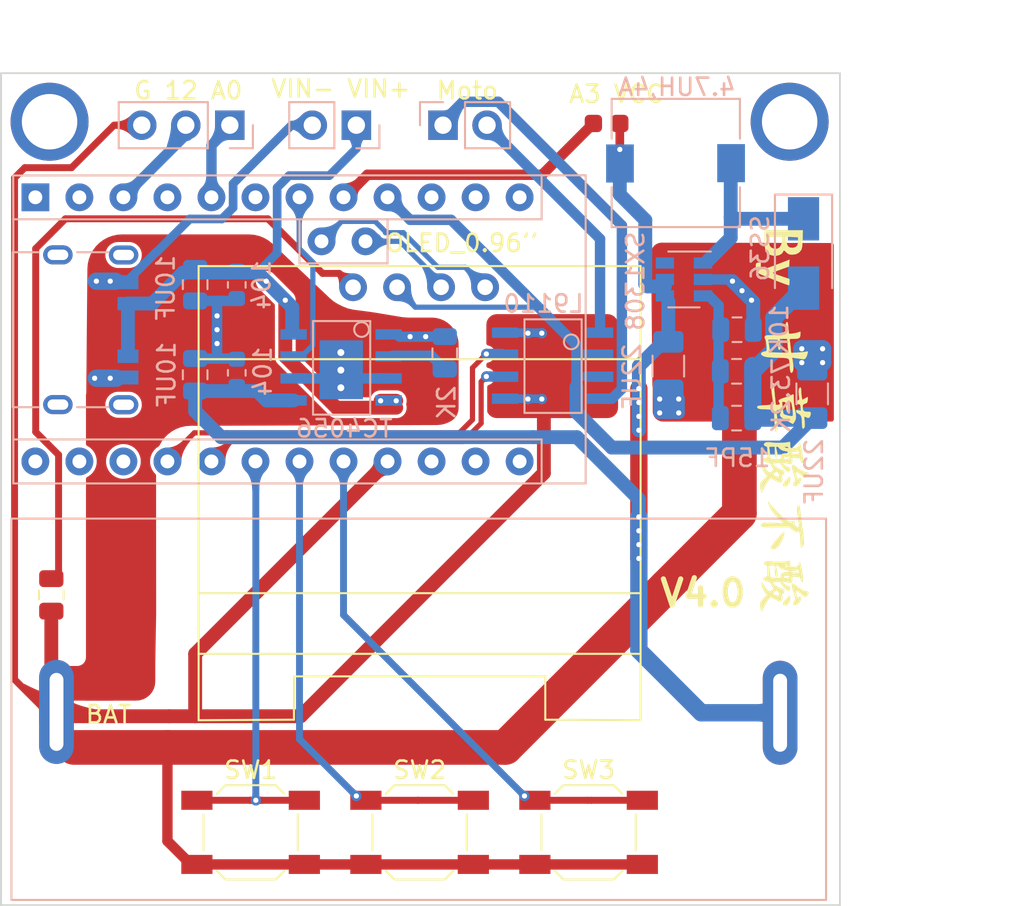
<source format=kicad_pcb>
(kicad_pcb (version 20171130) (host pcbnew "(5.1.4)-1")
  (layers (0 F.Cu signal) (31 B.Cu signal) (34 B.Paste user) (35 F.Paste user) (36 B.SilkS user) (37 F.SilkS user) (38 B.Mask user) (39 F.Mask user) (44 Edge.Cuts user))
  (net 0 "")
  (net 1 "Net-(A1-Pad30)")
  (net 2 "Net-(A1-Pad1)")
  (net 3 "Net-(A1-Pad2)")
  (net 4 "Net-(A1-Pad3)")
  (net 5 GND)
  (net 6 2)
  (net 7 3)
  (net 8 4)
  (net 9 "Net-(A1-Pad8)")
  (net 10 "Net-(A1-Pad9)")
  (net 11 "Net-(A1-Pad10)")
  (net 12 "Net-(A1-Pad11)")
  (net 13 "Net-(A1-Pad12)")
  (net 14 A5)
  (net 15 A4)
  (net 16 A2)
  (net 17 A0)
  (net 18 "Net-(A1-Pad14)")
  (net 19 "Net-(A1-Pad16)")
  (net 20 "Net-(A1-Pad28)")
  (net 21 5V)
  (net 22 VIN=5V)
  (net 23 "Net-(C6-Pad1)")
  (net 24 "Net-(D1-Pad1)")
  (net 25 "Net-(J2-Pad2)")
  (net 26 "Net-(J2-Pad1)")
  (net 27 "Net-(P1-PadS1)")
  (net 28 "Net-(R2-Pad1)")
  (net 29 "Net-(U2-Pad6)")
  (net 30 BAT+)
  (net 31 "Net-(A1-Pad13)")
  (net 32 12)
  (net 33 "Net-(A1-Pad29)")
  (net 34 "Net-(A1-Pad20)")
  (net 35 A3)
  (module Amy_fz:logo002 (layer F.Cu) (at 145.4 109 270)
    (fp_text reference G*** hide)
    (fp_text value LOGO hide)
  )
  (module Amy_fz:CDRH74R (layer B.Cu) (at 140.8 89.8)
    (fp_text reference L1 hide)
    (fp_text value 4.7UH,4A (at 0.1 -4.3 180) (layer B.SilkS) (effects (justify mirror)))
    (pad 1 smd rect (at -3.19 0.11) (size 1.6 2.2) (layers B.Cu B.Paste B.Mask) (net 30 BAT+))
    (pad 2 smd rect (at 3.22 0.09) (size 1.6 2.2) (layers B.Cu B.Paste B.Mask) (net 24 "Net-(D1-Pad1)"))
  )
  (module Resistor_SMD:R_0805_2012Metric (layer F.Cu) (at 104.8 114.8 90)
    (fp_text reference REF** hide)
    (fp_text value R_0805_2012Metric hide)
    (pad 2 smd roundrect (at 0.9375 0 90) (size 0.975 1.4) (layers F.Cu F.Paste F.Mask) (net 5 GND))
    (pad 1 smd roundrect (at -0.9375 0 90) (size 0.975 1.4) (layers F.Cu F.Paste F.Mask) (net 5 GND))
  )
  (module Amy_fz:OLED_0.96''_25.5X26.2 (layer F.Cu) (at 123.8 103.6)
    (fp_text reference A2 hide)
    (fp_text value OLED_0.96'' (at 4.7 -9.1) (layer F.SilkS))
    (pad 4 thru_hole circle (at 6.03 -6.55) (size 1.6 1.6) (drill 0.9) (layers *.Cu *.Mask) (net 15 A4))
    (pad 3 thru_hole circle (at 3.49 -6.55) (size 1.6 1.6) (drill 0.9) (layers *.Cu *.Mask) (net 14 A5))
    (pad 2 thru_hole circle (at 0.95 -6.55) (size 1.6 1.6) (drill 0.9) (layers *.Cu *.Mask) (net 21 5V))
    (pad 1 thru_hole circle (at -1.59 -6.55) (size 1.6 1.6) (drill 0.9) (layers *.Cu *.Mask) (net 5 GND))
  )
  (module Amy_fz:Batter_Box_16340 (layer B.Cu) (at 105.2 121.6)
    (fp_text reference J1 hide)
    (fp_text value BAT (at 2.9 0.1 180) (layer F.SilkS))
    (pad 2 thru_hole oval (at 41.65 0) (size 2 6) (drill oval 0.8 4.5) (layers *.Cu *.Mask) (net 30 BAT+))
    (pad 1 thru_hole oval (at -0.1 -0.05) (size 2 6) (drill oval 0.8 4.5) (layers *.Cu *.Mask) (net 5 GND))
  )
  (module Amy_fz:SOP-8-SR (layer B.Cu) (at 124.3 99.8 180)
    (fp_text reference U1 hide)
    (fp_text value TC4056 (at 2.6 -5.4) (layer B.SilkS) (effects (justify mirror)))
    (pad 3 thru_hole circle (at 2.794 -3.048 90) (size 0.7 0.7) (drill 0.4) (layers *.Cu *.Mask) (net 5 GND))
    (pad 3 thru_hole circle (at 2.794 -2.032 90) (size 0.7 0.7) (drill 0.4) (layers *.Cu *.Mask) (net 5 GND))
    (pad 3 thru_hole circle (at 2.794 -1.016 90) (size 0.7 0.7) (drill 0.4) (layers *.Cu *.Mask) (net 5 GND))
    (pad 3 smd rect (at 2.77 -2.01 90) (size 3.4 2.5) (layers B.Cu B.Paste B.Mask) (net 5 GND))
    (pad 1 smd rect (at 0.04 0.03 180) (size 1.52 0.6) (layers B.Cu B.Paste B.Mask) (net 5 GND))
    (pad 2 smd rect (at 0.04 -1.24 180) (size 1.52 0.6) (layers B.Cu B.Paste B.Mask) (net 28 "Net-(R2-Pad1)"))
    (pad 3 smd rect (at 0.04 -2.51 180) (size 1.52 0.6) (layers B.Cu B.Paste B.Mask) (net 5 GND))
    (pad 4 smd rect (at 0.04 -3.78 180) (size 1.52 0.6) (layers B.Cu B.Paste B.Mask) (net 22 VIN=5V))
    (pad 8 smd rect (at 5.52 0.03 180) (size 1.52 0.6) (layers B.Cu B.Paste B.Mask) (net 22 VIN=5V))
    (pad 7 smd rect (at 5.52 -1.24 180) (size 1.52 0.6) (layers B.Cu B.Paste B.Mask) (net 16 A2))
    (pad 6 smd rect (at 5.52 -2.51 180) (size 1.52 0.6) (layers B.Cu B.Paste B.Mask) (net 5 GND))
    (pad 5 smd rect (at 5.52 -3.78 180) (size 1.52 0.6) (layers B.Cu B.Paste B.Mask) (net 30 BAT+))
  )
  (module Amy_fz:Type_C_Power (layer B.Cu) (at 106.6 99.5 90)
    (fp_text reference P1 hide)
    (fp_text value USB_C_Plug_USB2.0 hide)
    (pad B1 smd rect (at 2.74 2.62 90) (size 0.8 1.2) (layers B.Cu B.Paste B.Mask) (net 5 GND))
    (pad B4 smd rect (at 1.51 2.62 90) (size 0.76 1.2) (layers B.Cu B.Paste B.Mask) (net 22 VIN=5V))
    (pad A4 smd rect (at -1.53 2.62 90) (size 0.76 1.2) (layers B.Cu B.Paste B.Mask) (net 22 VIN=5V))
    (pad A1 smd rect (at -2.76 2.62 90) (size 0.8 1.2) (layers B.Cu B.Paste B.Mask) (net 5 GND))
    (pad B12 smd rect (at -2.76 2.62 90) (size 0.8 1.2) (layers B.Cu B.Paste B.Mask) (net 5 GND))
    (pad B9 smd rect (at -1.53 2.62 90) (size 0.76 1.2) (layers B.Cu B.Paste B.Mask) (net 22 VIN=5V))
    (pad S1 thru_hole oval (at 4.32 -1.42) (size 1.7 1.1) (drill oval 1.2 0.6) (layers *.Cu *.Mask) (net 27 "Net-(P1-PadS1)"))
    (pad S1 thru_hole oval (at -4.32 -1.42) (size 1.7 1.1) (drill oval 1.2 0.6) (layers *.Cu *.Mask) (net 27 "Net-(P1-PadS1)"))
    (pad S1 thru_hole oval (at 4.31 2.37) (size 1.7 1.1) (drill oval 1.2 0.6) (layers *.Cu *.Mask) (net 27 "Net-(P1-PadS1)"))
    (pad S1 thru_hole oval (at -4.33 2.37) (size 1.7 1.1) (drill oval 1.2 0.6) (layers *.Cu *.Mask) (net 27 "Net-(P1-PadS1)"))
    (pad A9 smd rect (at 1.51 2.62 90) (size 0.76 1.2) (layers B.Cu B.Paste B.Mask) (net 22 VIN=5V))
    (pad A12 smd rect (at 2.74 2.62 90) (size 0.8 1.2) (layers B.Cu B.Paste B.Mask) (net 5 GND))
  )
  (module Amy_fz:Arduino_Pro_Mini_v1.0_lite (layer B.Cu) (at 103.4 91.6 270)
    (fp_text reference A1 hide)
    (fp_text value Arduino_Pro_Mini_v1.0 hide)
    (pad 30 thru_hole circle (at 0.26 -28.42 270) (size 1.6 1.6) (drill 0.8) (layers *.Cu *.Mask) (net 1 "Net-(A1-Pad30)"))
    (pad 1 thru_hole circle (at 15.5 -28.42 270) (size 1.6 1.6) (drill 0.8) (layers *.Cu *.Mask) (net 2 "Net-(A1-Pad1)"))
    (pad 2 thru_hole circle (at 15.5 -25.88 270) (size 1.6 1.6) (drill 0.8) (layers *.Cu *.Mask) (net 3 "Net-(A1-Pad2)"))
    (pad 3 thru_hole circle (at 15.5 -23.34 270) (size 1.6 1.6) (drill 0.8) (layers *.Cu *.Mask) (net 4 "Net-(A1-Pad3)"))
    (pad 4 thru_hole circle (at 15.5 -20.8 270) (size 1.6 1.6) (drill 0.8) (layers *.Cu *.Mask) (net 5 GND))
    (pad 5 thru_hole circle (at 15.5 -18.26 270) (size 1.6 1.6) (drill 0.8) (layers *.Cu *.Mask) (net 6 2))
    (pad 6 thru_hole circle (at 15.5 -15.72 270) (size 1.6 1.6) (drill 0.8) (layers *.Cu *.Mask) (net 7 3))
    (pad 7 thru_hole circle (at 15.5 -13.18 270) (size 1.6 1.6) (drill 0.8) (layers *.Cu *.Mask) (net 8 4))
    (pad 8 thru_hole circle (at 15.5 -10.64 270) (size 1.6 1.6) (drill 0.8) (layers *.Cu *.Mask) (net 9 "Net-(A1-Pad8)"))
    (pad 9 thru_hole circle (at 15.5 -8.1 270) (size 1.6 1.6) (drill 0.8) (layers *.Cu *.Mask) (net 10 "Net-(A1-Pad9)"))
    (pad 10 thru_hole circle (at 15.5 -5.56 270) (size 1.6 1.6) (drill 0.8) (layers *.Cu *.Mask) (net 11 "Net-(A1-Pad10)"))
    (pad 11 thru_hole circle (at 15.5 -3.02 270) (size 1.6 1.6) (drill 0.8) (layers *.Cu *.Mask) (net 12 "Net-(A1-Pad11)"))
    (pad 12 thru_hole circle (at 15.5 -0.48 270) (size 1.6 1.6) (drill 0.8) (layers *.Cu *.Mask) (net 13 "Net-(A1-Pad12)"))
    (pad 24 thru_hole circle (at 2.8 -19.53 270) (size 1.6 1.6) (drill 0.8) (layers *.Cu *.Mask) (net 14 A5))
    (pad 23 thru_hole circle (at 2.8 -16.99 270) (size 1.6 1.6) (drill 0.8) (layers *.Cu *.Mask) (net 15 A4))
    (pad 21 thru_hole circle (at 0.26 -15.72 270) (size 1.6 1.6) (drill 0.8) (layers *.Cu *.Mask) (net 16 A2))
    (pad 20 thru_hole circle (at 0.26 -13.18 270) (size 1.6 1.6) (drill 0.8) (layers *.Cu *.Mask) (net 34 "Net-(A1-Pad20)"))
    (pad 19 thru_hole circle (at 0.26 -10.64 270) (size 1.6 1.6) (drill 0.8) (layers *.Cu *.Mask) (net 17 A0))
    (pad 13 thru_hole rect (at 0.26 -0.48 270) (size 1.6 1.6) (drill 0.8) (layers *.Cu *.Mask) (net 31 "Net-(A1-Pad13)"))
    (pad 15 thru_hole circle (at 0.26 -5.56 270) (size 1.6 1.6) (drill 0.8) (layers *.Cu *.Mask) (net 32 12))
    (pad 14 thru_hole circle (at 0.26 -3.02 270) (size 1.6 1.6) (drill 0.8) (layers *.Cu *.Mask) (net 18 "Net-(A1-Pad14)"))
    (pad 16 thru_hole circle (at 0.26 -8.1 270) (size 1.6 1.6) (drill 0.8) (layers *.Cu *.Mask) (net 19 "Net-(A1-Pad16)"))
    (pad 29 thru_hole circle (at 0.26 -25.88 270) (size 1.6 1.6) (drill 0.8) (layers *.Cu *.Mask) (net 33 "Net-(A1-Pad29)"))
    (pad 28 thru_hole circle (at 0.26 -23.34 270) (size 1.6 1.6) (drill 0.8) (layers *.Cu *.Mask) (net 20 "Net-(A1-Pad28)"))
    (pad 27 thru_hole circle (at 0.26 -20.8 270) (size 1.6 1.6) (drill 0.8) (layers *.Cu *.Mask) (net 21 5V))
    (pad 22 thru_hole circle (at 0.26 -18.26 270) (size 1.6 1.6) (drill 0.8) (layers *.Cu *.Mask) (net 35 A3))
  )
  (module Amy_fz:2p_duan_jie (layer F.Cu) (at 137.6 87.6 180)
    (fp_text reference J3 hide)
    (fp_text value "A3 VCC" (at 0.2 1.7) (layer F.SilkS))
    (pad 2 smd roundrect (at 1.524 0) (size 1 1) (layers F.Cu F.Paste F.Mask) (net 35 A3))
    (pad 1 smd roundrect (at 0 0 180) (size 1 1) (layers F.Cu F.Paste F.Mask) (net 30 BAT+))
  )
  (module Connector_PinHeader_2.54mm:PinHeader_1x02_P2.54mm_Vertical (layer B.Cu) (at 122.4 87.7 90)
    (fp_text reference J5 hide)
    (fp_text value "VIN- VIN+" (at 2.1 -0.9 180) (layer F.SilkS))
    (pad 1 thru_hole rect (at 0 0 90) (size 1.7 1.7) (drill 1) (layers *.Cu *.Mask) (net 22 VIN=5V))
    (pad 2 thru_hole oval (at 0 -2.54 90) (size 1.7 1.7) (drill 1) (layers *.Cu *.Mask) (net 5 GND))
  )
  (module Package_TO_SOT_SMD:SOT-23-6 (layer B.Cu) (at 141.3 96.6 180)
    (fp_text reference U2 hide)
    (fp_text value SX1308 (at 2.8 -0.1 90) (layer B.SilkS) (effects (justify mirror)))
    (pad 5 smd rect (at 1.1 0 180) (size 1.06 0.65) (layers B.Cu B.Paste B.Mask) (net 30 BAT+))
    (pad 6 smd rect (at 1.1 0.95 180) (size 1.06 0.65) (layers B.Cu B.Paste B.Mask) (net 29 "Net-(U2-Pad6)"))
    (pad 4 smd rect (at 1.1 -0.95 180) (size 1.06 0.65) (layers B.Cu B.Paste B.Mask) (net 30 BAT+))
    (pad 3 smd rect (at -1.1 -0.95 180) (size 1.06 0.65) (layers B.Cu B.Paste B.Mask) (net 23 "Net-(C6-Pad1)"))
    (pad 2 smd rect (at -1.1 0 180) (size 1.06 0.65) (layers B.Cu B.Paste B.Mask) (net 5 GND))
    (pad 1 smd rect (at -1.1 0.95 180) (size 1.06 0.65) (layers B.Cu B.Paste B.Mask) (net 24 "Net-(D1-Pad1)"))
  )
  (module Button_Switch_SMD:SW_SPST_SKQG_WithStem (layer F.Cu) (at 135.8 128.5)
    (fp_text reference SW3 (at 0 -3.6) (layer F.SilkS))
    (fp_text value SW_SPST hide)
    (pad 2 smd rect (at 3.1 1.85) (size 1.8 1.1) (layers F.Cu F.Paste F.Mask) (net 5 GND))
    (pad 2 smd rect (at -3.1 1.85) (size 1.8 1.1) (layers F.Cu F.Paste F.Mask) (net 5 GND))
    (pad 1 smd rect (at 3.1 -1.85) (size 1.8 1.1) (layers F.Cu F.Paste F.Mask) (net 6 2))
    (pad 1 smd rect (at -3.1 -1.85) (size 1.8 1.1) (layers F.Cu F.Paste F.Mask) (net 6 2))
  )
  (module Button_Switch_SMD:SW_SPST_SKQG_WithStem (layer F.Cu) (at 126.05 128.5)
    (fp_text reference SW2 (at 0 -3.6) (layer F.SilkS))
    (fp_text value SW_SPST hide)
    (pad 2 smd rect (at 3.1 1.85) (size 1.8 1.1) (layers F.Cu F.Paste F.Mask) (net 5 GND))
    (pad 2 smd rect (at -3.1 1.85) (size 1.8 1.1) (layers F.Cu F.Paste F.Mask) (net 5 GND))
    (pad 1 smd rect (at 3.1 -1.85) (size 1.8 1.1) (layers F.Cu F.Paste F.Mask) (net 7 3))
    (pad 1 smd rect (at -3.1 -1.85) (size 1.8 1.1) (layers F.Cu F.Paste F.Mask) (net 7 3))
  )
  (module Button_Switch_SMD:SW_SPST_SKQG_WithStem (layer F.Cu) (at 116.3 128.5)
    (fp_text reference SW1 (at 0 -3.6) (layer F.SilkS))
    (fp_text value SW_SPST hide)
    (pad 2 smd rect (at 3.1 1.85) (size 1.8 1.1) (layers F.Cu F.Paste F.Mask) (net 5 GND))
    (pad 2 smd rect (at -3.1 1.85) (size 1.8 1.1) (layers F.Cu F.Paste F.Mask) (net 5 GND))
    (pad 1 smd rect (at 3.1 -1.85) (size 1.8 1.1) (layers F.Cu F.Paste F.Mask) (net 8 4))
    (pad 1 smd rect (at -3.1 -1.85) (size 1.8 1.1) (layers F.Cu F.Paste F.Mask) (net 8 4))
  )
  (module Resistor_SMD:R_0805_2012Metric (layer B.Cu) (at 144.3375 101.9 180)
    (fp_text reference R4 hide)
    (fp_text value 73.2K (at -2.5625 -1.4 90) (layer B.SilkS) (effects (justify mirror)))
    (pad 1 smd roundrect (at -0.9375 0 180) (size 0.975 1.4) (layers B.Cu B.Paste B.Mask) (net 21 5V))
    (pad 2 smd roundrect (at 0.9375 0 180) (size 0.975 1.4) (layers B.Cu B.Paste B.Mask) (net 23 "Net-(C6-Pad1)"))
  )
  (module Resistor_SMD:R_0805_2012Metric (layer B.Cu) (at 144.3625 99.5 180)
    (fp_text reference R3 hide)
    (fp_text value 10K (at -2.4375 0 90) (layer B.SilkS) (effects (justify mirror)))
    (pad 2 smd roundrect (at 0.9375 0 180) (size 0.975 1.4) (layers B.Cu B.Paste B.Mask) (net 23 "Net-(C6-Pad1)"))
    (pad 1 smd roundrect (at -0.9375 0 180) (size 0.975 1.4) (layers B.Cu B.Paste B.Mask) (net 5 GND))
  )
  (module Resistor_SMD:R_0805_2012Metric (layer B.Cu) (at 127.5 100.8375 90)
    (fp_text reference R2 hide)
    (fp_text value 2K (at -2.8625 0.1 90) (layer B.SilkS) (effects (justify mirror)))
    (pad 1 smd roundrect (at -0.9375 0 90) (size 0.975 1.4) (layers B.Cu B.Paste B.Mask) (net 28 "Net-(R2-Pad1)"))
    (pad 2 smd roundrect (at 0.9375 0 90) (size 0.975 1.4) (layers B.Cu B.Paste B.Mask) (net 5 GND))
  )
  (module Amy_fz:SOP-8 (layer B.Cu) (at 133.8 101.4 180)
    (fp_text reference L2 hide)
    (fp_text value L9110 (at 0.6 3.4 180) (layer B.SilkS) (effects (justify mirror)))
    (pad 5 smd rect (at 2.82 -2.08 180) (size 1.52 0.6) (layers B.Cu B.Paste B.Mask) (net 5 GND))
    (pad 6 smd rect (at 2.82 -0.81 180) (size 1.52 0.6) (layers B.Cu B.Paste B.Mask) (net 9 "Net-(A1-Pad8)"))
    (pad 7 smd rect (at 2.82 0.46 180) (size 1.52 0.6) (layers B.Cu B.Paste B.Mask) (net 10 "Net-(A1-Pad9)"))
    (pad 8 smd rect (at 2.82 1.73 180) (size 1.52 0.6) (layers B.Cu B.Paste B.Mask) (net 5 GND))
    (pad 4 smd rect (at -2.66 -2.08 180) (size 1.52 0.6) (layers B.Cu B.Paste B.Mask) (net 26 "Net-(J2-Pad1)"))
    (pad 3 smd rect (at -2.66 -0.81 180) (size 1.52 0.6) (layers B.Cu B.Paste B.Mask) (net 21 5V))
    (pad 2 smd rect (at -2.66 0.46 180) (size 1.52 0.6) (layers B.Cu B.Paste B.Mask) (net 21 5V))
    (pad 1 smd rect (at -2.66 1.73 180) (size 1.52 0.6) (layers B.Cu B.Paste B.Mask) (net 25 "Net-(J2-Pad2)"))
  )
  (module Connector_PinHeader_2.54mm:PinHeader_1x03_P2.54mm_Vertical (layer B.Cu) (at 115.1 87.7 90)
    (fp_text reference J4 hide)
    (fp_text value "G 12 A0" (at 2 -2.4) (layer F.SilkS))
    (pad 3 thru_hole oval (at 0 -5.08 90) (size 1.7 1.7) (drill 1) (layers *.Cu *.Mask) (net 5 GND))
    (pad 2 thru_hole oval (at 0 -2.54 90) (size 1.7 1.7) (drill 1) (layers *.Cu *.Mask) (net 32 12))
    (pad 1 thru_hole rect (at 0 0 90) (size 1.7 1.7) (drill 1) (layers *.Cu *.Mask) (net 17 A0))
  )
  (module Connector_PinHeader_2.54mm:PinHeader_1x02_P2.54mm_Vertical (layer B.Cu) (at 127.4 87.7 270)
    (fp_text reference J2 hide)
    (fp_text value Moto (at -2 -1.4) (layer F.SilkS))
    (pad 2 thru_hole oval (at 0 -2.54 270) (size 1.7 1.7) (drill 1) (layers *.Cu *.Mask) (net 25 "Net-(J2-Pad2)"))
    (pad 1 thru_hole rect (at 0 0 270) (size 1.7 1.7) (drill 1) (layers *.Cu *.Mask) (net 26 "Net-(J2-Pad1)"))
  )
  (module Diode_SMD:D_SMA (layer B.Cu) (at 148.2 95.1 270)
    (fp_text reference D1 hide)
    (fp_text value SS36 (at -0.3 2.5 90) (layer B.SilkS) (effects (justify mirror)))
    (pad 2 smd rect (at 2 0 270) (size 2.5 1.8) (layers B.Cu B.Paste B.Mask) (net 21 5V))
    (pad 1 smd rect (at -2 0 270) (size 2.5 1.8) (layers B.Cu B.Paste B.Mask) (net 24 "Net-(D1-Pad1)"))
  )
  (module Capacitor_SMD:C_1206_3216Metric (layer B.Cu) (at 148.7 103.2 90)
    (fp_text reference C7 hide)
    (fp_text value 22UF (at -4.5 0.1 270) (layer B.SilkS) (effects (justify mirror)))
    (pad 2 smd roundrect (at 1.4 0 90) (size 1.25 1.75) (layers B.Cu B.Paste B.Mask) (roundrect_rratio 0.2) (net 5 GND))
    (pad 1 smd roundrect (at -1.4 0 90) (size 1.25 1.75) (layers B.Cu B.Paste B.Mask) (roundrect_rratio 0.2) (net 21 5V))
  )
  (module Capacitor_SMD:C_0805_2012Metric (layer B.Cu) (at 144.3375 104.6)
    (fp_text reference C6 hide)
    (fp_text value 15PF (at 0.0625 2.3 180) (layer B.SilkS) (effects (justify mirror)))
    (pad 2 smd roundrect (at 0.9375 0) (size 0.975 1.4) (layers B.Cu B.Paste B.Mask) (net 21 5V))
    (pad 1 smd roundrect (at -0.9375 0) (size 0.975 1.4) (layers B.Cu B.Paste B.Mask) (net 23 "Net-(C6-Pad1)"))
  )
  (module Capacitor_SMD:C_1206_3216Metric (layer B.Cu) (at 140.4 101.6 270)
    (fp_text reference C5 hide)
    (fp_text value 22UF (at 0.6 2.1 270) (layer B.SilkS) (effects (justify mirror)))
    (pad 2 smd roundrect (at 1.4 0 270) (size 1.25 1.75) (layers B.Cu B.Paste B.Mask) (roundrect_rratio 0.2) (net 5 GND))
    (pad 1 smd roundrect (at -1.4 0 270) (size 1.25 1.75) (layers B.Cu B.Paste B.Mask) (roundrect_rratio 0.2) (net 30 BAT+))
  )
  (module Capacitor_SMD:C_0603_1608Metric (layer B.Cu) (at 115.5 101.9875 90)
    (fp_text reference C4 hide)
    (fp_text value 104 (at 0.0875 1.5 270) (layer B.SilkS) (effects (justify mirror)))
    (pad 2 smd roundrect (at 0.7875 0 90) (size 0.875 0.95) (layers B.Cu B.Paste B.Mask) (net 5 GND))
    (pad 1 smd roundrect (at -0.7875 0 90) (size 0.875 0.95) (layers B.Cu B.Paste B.Mask) (net 30 BAT+))
  )
  (module Capacitor_SMD:C_0805_2012Metric (layer B.Cu) (at 113.1 102.1 90)
    (fp_text reference C3 hide)
    (fp_text value 10UF (at 0 -1.65 90) (layer B.SilkS) (effects (justify mirror)))
    (pad 2 smd roundrect (at 0.9375 0 90) (size 0.975 1.4) (layers B.Cu B.Paste B.Mask) (net 5 GND))
    (pad 1 smd roundrect (at -0.9375 0 90) (size 0.975 1.4) (layers B.Cu B.Paste B.Mask) (net 30 BAT+))
  )
  (module Capacitor_SMD:C_0603_1608Metric (layer B.Cu) (at 115.5 96.9125 270)
    (fp_text reference C2 hide)
    (fp_text value 104 (at 0 -1.43 90) (layer B.SilkS) (effects (justify mirror)))
    (pad 2 smd roundrect (at 0.7875 0 270) (size 0.875 0.95) (layers B.Cu B.Paste B.Mask) (net 5 GND))
    (pad 1 smd roundrect (at -0.7875 0 270) (size 0.875 0.95) (layers B.Cu B.Paste B.Mask) (net 22 VIN=5V))
  )
  (module Capacitor_SMD:C_0805_2012Metric (layer B.Cu) (at 113.1 96.9 270)
    (fp_text reference C1 hide)
    (fp_text value 10UF (at 0.2 1.7 90) (layer B.SilkS) (effects (justify mirror)))
    (pad 2 smd roundrect (at 0.9375 0 270) (size 0.975 1.4) (layers B.Cu B.Paste B.Mask) (net 5 GND))
    (pad 1 smd roundrect (at -0.9375 0 270) (size 0.975 1.4) (layers B.Cu B.Paste B.Mask) (net 22 VIN=5V))
  )
  (gr_text V4.0 (at 142.4 114.7) (layer F.SilkS) (effects (font (size 1.5 1.5) (thickness 0.3))))
  (gr_line (start 150.3 132.7) (end 150.3 84.7) (layer Edge.Cuts) (width 0.1))
  (gr_line (start 101.9 84.7) (end 101.9 132.7) (layer Edge.Cuts) (width 0.1))
  (gr_line (start 150.3 84.7) (end 101.9 84.7) (layer Edge.Cuts) (width 0.1))
  (gr_line (start 101.9 132.7) (end 150.3 132.7) (layer Edge.Cuts) (width 0.1))
  (via (at 104.7 87.5) (size 4.5) (drill 3.2) (layers F.Cu B.Cu) (net 0))
  (via (at 147.4 87.5) (size 4.5) (drill 3.2) (layers F.Cu B.Cu) (net 0))
  (via (at 149.3 101.4) (size 0.6) (drill 0.3) (layers F.Cu B.Cu) (net 5))
  (via (at 139.9 103.5) (size 0.6) (drill 0.3) (layers F.Cu B.Cu) (net 5))
  (segment (start 105.3 119.9) (end 108.3 119.9) (width 2) (layer F.Cu) (net 5))
  (via (at 108.2 102.3) (size 0.6) (drill 0.3) (layers F.Cu B.Cu) (net 5))
  (via (at 108.2 96.7) (size 0.6) (drill 0.3) (layers F.Cu B.Cu) (net 5))
  (via (at 125.5 99.9) (size 0.6) (drill 0.3) (layers F.Cu B.Cu) (net 5))
  (segment (start 105.15 121.5) (end 105.1 121.55) (width 0.4) (layer F.Cu) (net 5))
  (segment (start 105.1 121.55) (end 105.1 123.55) (width 0.3) (layer F.Cu) (net 5))
  (segment (start 118.78 102.31) (end 118.78 102.31) (width 0.5) (layer B.Cu) (net 5))
  (segment (start 118.78 102.31) (end 118.78 102.31) (width 0.5) (layer B.Cu) (net 5))
  (segment (start 109.18 96.8) (end 109.22 96.76) (width 0.5) (layer B.Cu) (net 5))
  (segment (start 109.21 102.25) (end 109.22 102.26) (width 0.5) (layer B.Cu) (net 5))
  (via (at 107.4 96.7) (size 0.6) (drill 0.3) (layers F.Cu B.Cu) (net 5))
  (via (at 107.3 102.3) (size 0.6) (drill 0.3) (layers F.Cu B.Cu) (net 5))
  (segment (start 115.4625 101.1625) (end 115.5 101.2) (width 0.5) (layer B.Cu) (net 5))
  (segment (start 115.3625 97.8375) (end 115.5 97.7) (width 0.5) (layer B.Cu) (net 5))
  (segment (start 114.3625 101.1375) (end 114.3375 101.1625) (width 0.5) (layer B.Cu) (net 5))
  (segment (start 114.3625 97.8375) (end 114.3625 98.7375) (width 0.6) (layer B.Cu) (net 5))
  (segment (start 114.3375 101.1625) (end 115.4625 101.1625) (width 0.6) (layer B.Cu) (net 5))
  (segment (start 113.1 101.1625) (end 114.3375 101.1625) (width 0.6) (layer B.Cu) (net 5))
  (segment (start 114.3625 97.8375) (end 115.3625 97.8375) (width 0.6) (layer B.Cu) (net 5))
  (segment (start 113.1 97.8375) (end 114.3625 97.8375) (width 0.6) (layer B.Cu) (net 5))
  (segment (start 114.3625 98.7375) (end 114.3625 99.6375) (width 0.6) (layer B.Cu) (net 5))
  (via (at 114.3625 98.7) (size 0.6) (drill 0.3) (layers F.Cu B.Cu) (net 5))
  (segment (start 114.3625 99.6375) (end 114.3625 100.4375) (width 0.6) (layer B.Cu) (net 5))
  (via (at 114.3625 99.5) (size 0.6) (drill 0.3) (layers F.Cu B.Cu) (net 5))
  (segment (start 114.3625 100.4375) (end 114.3625 101.1375) (width 0.6) (layer B.Cu) (net 5))
  (via (at 114.3625 100.3) (size 0.6) (drill 0.3) (layers F.Cu B.Cu) (net 5))
  (segment (start 121.984 102.31) (end 121.506 101.832) (width 0.5) (layer B.Cu) (net 5))
  (segment (start 124.26 102.31) (end 121.984 102.31) (width 0.6) (layer B.Cu) (net 5))
  (segment (start 121.03 102.31) (end 121.53 101.81) (width 0.5) (layer B.Cu) (net 5))
  (segment (start 118.78 102.31) (end 121.03 102.31) (width 0.6) (layer B.Cu) (net 5))
  (segment (start 107.4 96.7) (end 108.5 96.7) (width 1) (layer B.Cu) (net 5))
  (segment (start 107.4 102.3) (end 108.55 102.3) (width 1) (layer B.Cu) (net 5))
  (segment (start 144.1 96.7) (end 144.65 97.25) (width 0.8) (layer B.Cu) (net 5))
  (segment (start 145.3 97.9) (end 145.3 98.6) (width 0.8) (layer B.Cu) (net 5))
  (segment (start 144.1 96.7) (end 144.1 96.7) (width 0.8) (layer B.Cu) (net 5))
  (via (at 144.1 96.7) (size 0.6) (drill 0.3) (layers F.Cu B.Cu) (net 5))
  (segment (start 144.65 97.25) (end 145.2 97.8) (width 0.8) (layer B.Cu) (net 5))
  (via (at 144.65 97.25) (size 0.6) (drill 0.3) (layers F.Cu B.Cu) (net 5))
  (segment (start 145.2 97.8) (end 145.3 97.9) (width 0.8) (layer B.Cu) (net 5))
  (via (at 145.2 97.8) (size 0.6) (drill 0.3) (layers F.Cu B.Cu) (net 5))
  (segment (start 108.2 96.8) (end 108.624264 96.8) (width 0.25) (layer B.Cu) (net 5))
  (segment (start 108.1 102.25) (end 109.15 102.25) (width 0.25) (layer B.Cu) (net 5))
  (segment (start 130.98 103.48) (end 131.12 103.48) (width 0.5) (layer B.Cu) (net 5))
  (segment (start 124.9 99.9) (end 124.8 99.8) (width 0.6) (layer B.Cu) (net 5))
  (segment (start 127.5 99.9) (end 126.4 99.9) (width 0.6) (layer B.Cu) (net 5))
  (segment (start 126.4 99.9) (end 124.9 99.9) (width 0.6) (layer B.Cu) (net 5))
  (via (at 126.4 99.9) (size 0.6) (drill 0.3) (layers F.Cu B.Cu) (net 5))
  (segment (start 102.679999 90.739999) (end 102.679999 119.679999) (width 0.4) (layer F.Cu) (net 5))
  (segment (start 103.269997 90.150001) (end 102.679999 90.739999) (width 0.4) (layer F.Cu) (net 5))
  (segment (start 105.972001 90.150001) (end 103.269997 90.150001) (width 0.4) (layer F.Cu) (net 5))
  (segment (start 110.02 87.7) (end 108.422002 87.7) (width 0.4) (layer F.Cu) (net 5))
  (segment (start 108.422002 87.7) (end 105.972001 90.150001) (width 0.4) (layer F.Cu) (net 5))
  (segment (start 102.679999 119.679999) (end 104.4 121.4) (width 0.4) (layer F.Cu) (net 5))
  (segment (start 144 96.6) (end 144.1 96.7) (width 0.6) (layer B.Cu) (net 5))
  (segment (start 142.4 96.6) (end 144 96.6) (width 0.6) (layer B.Cu) (net 5))
  (via (at 141 103.5) (size 0.6) (drill 0.3) (layers F.Cu B.Cu) (net 5))
  (segment (start 105.1 121.55) (end 105.1 122.1) (width 2) (layer F.Cu) (net 5))
  (via (at 149.3 100.6) (size 0.6) (drill 0.3) (layers F.Cu B.Cu) (net 5))
  (via (at 148.1 100.6) (size 0.6) (drill 0.3) (layers F.Cu B.Cu) (net 5))
  (via (at 148.1 101.4) (size 0.6) (drill 0.3) (layers F.Cu B.Cu) (net 5))
  (segment (start 148.1 100.6) (end 149.3 100.6) (width 1) (layer B.Cu) (net 5))
  (segment (start 149.3 100.6) (end 149.3 101.4) (width 1) (layer B.Cu) (net 5))
  (segment (start 148.1 100.6) (end 148.1 101.4) (width 1) (layer B.Cu) (net 5))
  (segment (start 149.3 101.4) (end 148.3 101.4) (width 1) (layer B.Cu) (net 5))
  (via (at 141 104.3) (size 0.6) (drill 0.3) (layers F.Cu B.Cu) (net 5))
  (via (at 139.9 104.3) (size 0.6) (drill 0.3) (layers F.Cu B.Cu) (net 5))
  (segment (start 145.3 98.6) (end 145.3 99.1) (width 0.8) (layer B.Cu) (net 5))
  (segment (start 131 123.6) (end 140.3 114.3) (width 2) (layer F.Cu) (net 5))
  (segment (start 131.12 103.48) (end 131.44 103.48) (width 0.5) (layer B.Cu) (net 5))
  (segment (start 111.6 121.8) (end 105.9 121.8) (width 0.8) (layer F.Cu) (net 5))
  (segment (start 130.98 99.67) (end 131.44 99.67) (width 0.5) (layer B.Cu) (net 5))
  (segment (start 132.3 102.7) (end 132.3 103.5) (width 0.8) (layer F.Cu) (net 5))
  (segment (start 133.220001 107.772001) (end 119.192002 121.8) (width 0.8) (layer F.Cu) (net 5))
  (segment (start 133.220001 104.420001) (end 133.220001 107.772001) (width 0.8) (layer F.Cu) (net 5))
  (segment (start 132.3 103.5) (end 132.3 103.5) (width 0.8) (layer F.Cu) (net 5))
  (segment (start 104.8 115.7375) (end 104.8 116.325) (width 0.25) (layer F.Cu) (net 5))
  (segment (start 104.8 116.325) (end 104.8 119.3) (width 0.8) (layer F.Cu) (net 5))
  (segment (start 140.3 114.3) (end 144.5 110.1) (width 2) (layer F.Cu) (net 5))
  (segment (start 144.5 110.1) (end 144.5 102.9) (width 2) (layer F.Cu) (net 5))
  (segment (start 121.410001 96.250001) (end 120.450001 96.250001) (width 0.4) (layer F.Cu) (net 5))
  (segment (start 122.21 97.05) (end 121.410001 96.250001) (width 0.4) (layer F.Cu) (net 5))
  (segment (start 120.450001 96.250001) (end 117.3 93.1) (width 0.4) (layer F.Cu) (net 5))
  (segment (start 105.616483 93.1) (end 103.9 94.816483) (width 0.4) (layer F.Cu) (net 5))
  (segment (start 117.3 93.1) (end 105.616483 93.1) (width 0.4) (layer F.Cu) (net 5))
  (segment (start 105.219999 106.719999) (end 105.219999 113.819999) (width 0.4) (layer F.Cu) (net 5))
  (segment (start 103.9 94.816483) (end 103.9 105.4) (width 0.4) (layer F.Cu) (net 5))
  (segment (start 103.9 105.4) (end 105.219999 106.719999) (width 0.4) (layer F.Cu) (net 5))
  (segment (start 118.657919 87.7) (end 119.86 87.7) (width 0.5) (layer B.Cu) (net 5))
  (segment (start 115.290001 91.067918) (end 118.657919 87.7) (width 0.5) (layer B.Cu) (net 5))
  (segment (start 115.290001 92.460001) (end 115.290001 91.067918) (width 0.5) (layer B.Cu) (net 5))
  (segment (start 109.174227 96.7) (end 110.849237 95.02499) (width 0.5) (layer B.Cu) (net 5))
  (segment (start 110.849237 95.02499) (end 110.87501 95.02499) (width 0.5) (layer B.Cu) (net 5))
  (segment (start 110.87501 95.02499) (end 112.789999 93.110001) (width 0.5) (layer B.Cu) (net 5))
  (segment (start 108.2 96.7) (end 109.174227 96.7) (width 0.5) (layer B.Cu) (net 5))
  (segment (start 112.789999 93.110001) (end 114.640001 93.110001) (width 0.5) (layer B.Cu) (net 5))
  (segment (start 114.640001 93.110001) (end 115.290001 92.460001) (width 0.5) (layer B.Cu) (net 5))
  (segment (start 139.9 103.5) (end 139.9 104.3) (width 0.7) (layer B.Cu) (net 5))
  (segment (start 141 103.5) (end 141 104.3) (width 0.7) (layer B.Cu) (net 5))
  (segment (start 140.4 103) (end 140.4 104.3) (width 0.7) (layer B.Cu) (net 5))
  (segment (start 140.4 104.3) (end 139.9 104.3) (width 0.7) (layer B.Cu) (net 5))
  (segment (start 141 104.3) (end 140.4 104.3) (width 0.7) (layer B.Cu) (net 5))
  (segment (start 138.9 130.35) (end 113.2 130.35) (width 0.6) (layer F.Cu) (net 5))
  (segment (start 111.5 129) (end 111.5 123.6) (width 0.6) (layer F.Cu) (net 5))
  (segment (start 112.85 130.35) (end 111.5 129) (width 0.6) (layer F.Cu) (net 5))
  (segment (start 113.2 130.35) (end 112.85 130.35) (width 0.6) (layer F.Cu) (net 5))
  (segment (start 106.1 123.6) (end 111.5 123.6) (width 2) (layer F.Cu) (net 5))
  (segment (start 111.5 123.6) (end 131 123.6) (width 2) (layer F.Cu) (net 5))
  (via (at 132.3 99.7) (size 0.6) (drill 0.3) (layers F.Cu B.Cu) (net 5))
  (segment (start 132.3 103.5) (end 132.3 103.5) (width 0.8) (layer F.Cu) (net 5))
  (via (at 132.3 103.5) (size 0.6) (drill 0.3) (layers F.Cu B.Cu) (net 5))
  (via (at 133.1 103.5) (size 0.6) (drill 0.3) (layers F.Cu B.Cu) (net 5))
  (via (at 133.1 99.7) (size 0.6) (drill 0.3) (layers F.Cu B.Cu) (net 5))
  (segment (start 133.07 99.67) (end 133.1 99.7) (width 0.5) (layer B.Cu) (net 5))
  (segment (start 130.98 99.67) (end 133.07 99.67) (width 0.5) (layer B.Cu) (net 5))
  (segment (start 133.08 103.48) (end 133.1 103.5) (width 0.5) (layer B.Cu) (net 5))
  (segment (start 130.98 103.48) (end 133.08 103.48) (width 0.5) (layer B.Cu) (net 5))
  (segment (start 113.1 118.2) (end 124.2 107.1) (width 0.8) (layer F.Cu) (net 5))
  (segment (start 113.1 121.8) (end 113.1 118.2) (width 0.8) (layer F.Cu) (net 5))
  (segment (start 113.1 121.8) (end 111.6 121.8) (width 0.8) (layer F.Cu) (net 5))
  (segment (start 119.192002 121.8) (end 113.1 121.8) (width 0.8) (layer F.Cu) (net 5))
  (segment (start 132.7 126.65) (end 135.75 126.65) (width 0.4) (layer F.Cu) (net 6))
  (segment (start 135.95 126.65) (end 138.95 126.65) (width 0.4) (layer F.Cu) (net 6))
  (segment (start 135.75 126.65) (end 135.95 126.65) (width 0.4) (layer F.Cu) (net 6))
  (via (at 132.1 126.4) (size 0.6) (drill 0.3) (layers F.Cu B.Cu) (net 6))
  (segment (start 121.66 115.96) (end 132.1 126.4) (width 0.4) (layer B.Cu) (net 6))
  (segment (start 121.66 107.1) (end 121.66 115.96) (width 0.4) (layer B.Cu) (net 6))
  (segment (start 122.95 126.65) (end 125.95 126.65) (width 0.4) (layer F.Cu) (net 7))
  (segment (start 125.95 126.65) (end 128.95 126.65) (width 0.4) (layer F.Cu) (net 7))
  (segment (start 125.95 126.65) (end 125.95 126.65) (width 0.4) (layer F.Cu) (net 7))
  (via (at 122.4 126.4) (size 0.6) (drill 0.3) (layers F.Cu B.Cu) (net 7))
  (segment (start 119.12 107.1) (end 119.12 123.12) (width 0.4) (layer B.Cu) (net 7))
  (segment (start 119.12 123.12) (end 122.4 126.4) (width 0.4) (layer B.Cu) (net 7))
  (segment (start 113.2 126.65) (end 116.25 126.65) (width 0.4) (layer F.Cu) (net 8))
  (segment (start 116.65 126.65) (end 119.45 126.65) (width 0.4) (layer F.Cu) (net 8))
  (segment (start 116.25 126.65) (end 116.65 126.65) (width 0.4) (layer F.Cu) (net 8))
  (via (at 116.6 126.65) (size 0.6) (drill 0.3) (layers F.Cu B.Cu) (net 8))
  (segment (start 116.6 126.65) (end 116.6 107.4) (width 0.4) (layer B.Cu) (net 8))
  (via (at 129.9 102.2) (size 0.6) (drill 0.3) (layers F.Cu B.Cu) (net 9))
  (segment (start 130.7 102.2) (end 130.7 102.2) (width 0.3) (layer B.Cu) (net 9))
  (segment (start 129.9 102.2) (end 130.5 102.2) (width 0.6) (layer B.Cu) (net 9))
  (segment (start 129.600001 102.499999) (end 129.600001 104.899999) (width 0.3) (layer F.Cu) (net 9))
  (segment (start 129.9 102.2) (end 129.600001 102.499999) (width 0.3) (layer F.Cu) (net 9))
  (segment (start 128.550001 105.949999) (end 115.150001 105.949999) (width 0.3) (layer F.Cu) (net 9))
  (segment (start 129.600001 104.899999) (end 128.550001 105.949999) (width 0.3) (layer F.Cu) (net 9))
  (segment (start 115.150001 105.949999) (end 114.2 106.9) (width 0.3) (layer F.Cu) (net 9))
  (via (at 129.9 100.9) (size 0.6) (drill 0.3) (layers F.Cu B.Cu) (net 10))
  (segment (start 130.5 101) (end 130.5 101) (width 0.3) (layer B.Cu) (net 10))
  (segment (start 129.9 100.9) (end 130.8 100.9) (width 0.6) (layer B.Cu) (net 10))
  (segment (start 128.342891 105.449989) (end 114.942891 105.449989) (width 0.3) (layer F.Cu) (net 10))
  (segment (start 129.099991 104.692889) (end 128.342891 105.449989) (width 0.3) (layer F.Cu) (net 10))
  (segment (start 129.9 100.9) (end 129.099991 101.700009) (width 0.3) (layer F.Cu) (net 10))
  (segment (start 129.099991 101.700009) (end 129.099991 104.692889) (width 0.3) (layer F.Cu) (net 10))
  (segment (start 114.942891 105.449989) (end 113.050011 105.449989) (width 0.3) (layer F.Cu) (net 10))
  (segment (start 113.050011 105.449989) (end 111.7 106.8) (width 0.3) (layer F.Cu) (net 10))
  (segment (start 122.93 94.4) (end 124.9 94.4) (width 0.3) (layer B.Cu) (net 14))
  (segment (start 124.9 94.4) (end 127.4 96.9) (width 0.3) (layer B.Cu) (net 14))
  (segment (start 128.679999 95.899999) (end 127.107119 95.899999) (width 0.3) (layer B.Cu) (net 15))
  (segment (start 129.83 97.05) (end 128.679999 95.899999) (width 0.3) (layer B.Cu) (net 15))
  (segment (start 127.107119 95.899999) (end 125.10711 93.89999) (width 0.3) (layer B.Cu) (net 15))
  (segment (start 125.10711 93.89999) (end 125.1071 93.9) (width 0.3) (layer B.Cu) (net 15))
  (segment (start 124.080001 93.9) (end 124.080001 93.847999) (width 0.3) (layer B.Cu) (net 15))
  (segment (start 125.1071 93.9) (end 124.080001 93.9) (width 0.3) (layer B.Cu) (net 15))
  (segment (start 123.482001 93.249999) (end 121.550001 93.249999) (width 0.3) (layer B.Cu) (net 15))
  (segment (start 124.080001 93.847999) (end 123.482001 93.249999) (width 0.3) (layer B.Cu) (net 15))
  (segment (start 121.550001 93.249999) (end 120.4 94.4) (width 0.3) (layer B.Cu) (net 15))
  (segment (start 119.890001 95.602003) (end 119.1 94.812002) (width 0.3) (layer B.Cu) (net 16))
  (segment (start 119.890001 100.389999) (end 119.890001 95.602003) (width 0.3) (layer B.Cu) (net 16))
  (segment (start 118.78 101.04) (end 119.24 101.04) (width 0.3) (layer B.Cu) (net 16))
  (segment (start 119.24 101.04) (end 119.890001 100.389999) (width 0.3) (layer B.Cu) (net 16))
  (segment (start 119.1 94.812002) (end 119.1 91.83) (width 0.3) (layer B.Cu) (net 16))
  (segment (start 114.04 91.86) (end 114.04 88.86) (width 0.6) (layer B.Cu) (net 17))
  (segment (start 114.04 88.86) (end 115.1 87.8) (width 0.6) (layer B.Cu) (net 17))
  (segment (start 125.500001 93.160001) (end 127.864003 93.160001) (width 0.6) (layer B.Cu) (net 21))
  (segment (start 124.2 91.86) (end 125.500001 93.160001) (width 0.6) (layer B.Cu) (net 21))
  (segment (start 148.7 104.6) (end 145.5 104.6) (width 1) (layer B.Cu) (net 21))
  (segment (start 145.275 104.6) (end 145.275 101.55968) (width 1) (layer B.Cu) (net 21))
  (segment (start 132.899999 98.200001) (end 132.902001 98.197999) (width 0.3) (layer B.Cu) (net 21))
  (segment (start 125.800001 98.200001) (end 132.899999 98.200001) (width 0.3) (layer B.Cu) (net 21))
  (segment (start 124.7 97.1) (end 125.800001 98.200001) (width 0.3) (layer B.Cu) (net 21))
  (segment (start 135.099999 104.260001) (end 135.099999 102.800001) (width 0.8) (layer B.Cu) (net 21))
  (segment (start 137.140018 106.30002) (end 135.099999 104.260001) (width 0.8) (layer B.Cu) (net 21))
  (segment (start 148.7 104.6) (end 146.99998 106.30002) (width 0.8) (layer B.Cu) (net 21))
  (segment (start 146.99998 106.30002) (end 137.140018 106.30002) (width 0.8) (layer B.Cu) (net 21))
  (segment (start 127.864003 93.160001) (end 135.099999 100.395997) (width 0.6) (layer B.Cu) (net 21))
  (segment (start 135.099999 100.395997) (end 135.099999 100.800001) (width 0.6) (layer B.Cu) (net 21))
  (segment (start 135.099999 102.199999) (end 136.699999 102.199999) (width 0.5) (layer B.Cu) (net 21))
  (segment (start 135.099999 102.199999) (end 135.099999 102.800001) (width 0.6) (layer B.Cu) (net 21))
  (segment (start 135.099999 100.800001) (end 135.099999 102.199999) (width 0.6) (layer B.Cu) (net 21))
  (segment (start 135.099999 100.939999) (end 135.099999 100.800001) (width 0.6) (layer B.Cu) (net 21))
  (segment (start 136.46 100.94) (end 135.099999 100.939999) (width 0.6) (layer B.Cu) (net 21))
  (segment (start 146.48751 98.81249) (end 148.2 97.1) (width 1) (layer B.Cu) (net 21))
  (segment (start 146.48751 100.68749) (end 146.48751 98.81249) (width 1) (layer B.Cu) (net 21))
  (segment (start 145.275 101.9) (end 146.48751 100.68749) (width 1) (layer B.Cu) (net 21))
  (via (at 124.7 103.6) (size 0.6) (drill 0.3) (layers F.Cu B.Cu) (net 22))
  (via (at 123.8 103.6) (size 0.6) (drill 0.3) (layers F.Cu B.Cu) (net 22))
  (segment (start 110.62 97.99) (end 112.41 96.2) (width 0.8) (layer B.Cu) (net 22))
  (segment (start 109.22 97.99) (end 110.62 97.99) (width 0.8) (layer B.Cu) (net 22))
  (segment (start 116.7 96.2) (end 117.25 96.75) (width 0.8) (layer B.Cu) (net 22))
  (segment (start 112.41 96.2) (end 116.7 96.2) (width 0.8) (layer B.Cu) (net 22))
  (segment (start 118.7 98.2) (end 118.7 98.7) (width 0.8) (layer B.Cu) (net 22))
  (segment (start 109.22 101.03) (end 109.22 97.99) (width 0.8) (layer B.Cu) (net 22))
  (segment (start 117.830001 95.069999) (end 116.7 96.2) (width 0.5) (layer B.Cu) (net 22))
  (segment (start 117.830001 91.299997) (end 117.830001 95.069999) (width 0.5) (layer B.Cu) (net 22))
  (segment (start 118.519999 90.609999) (end 117.830001 91.299997) (width 0.5) (layer B.Cu) (net 22))
  (segment (start 120.840001 90.609999) (end 118.519999 90.609999) (width 0.5) (layer B.Cu) (net 22))
  (segment (start 122.4 89.05) (end 120.840001 90.609999) (width 0.5) (layer B.Cu) (net 22))
  (segment (start 122.4 87.7) (end 122.4 89.05) (width 0.5) (layer B.Cu) (net 22))
  (segment (start 118.7 99.5) (end 118.7 99.5) (width 0.8) (layer B.Cu) (net 22))
  (segment (start 118.7 98.7) (end 118.7 99.5) (width 0.8) (layer B.Cu) (net 22))
  (segment (start 124.7 103.6) (end 123.8 103.6) (width 0.8) (layer F.Cu) (net 22))
  (segment (start 117.25 96.75) (end 117.75 97.25) (width 0.8) (layer B.Cu) (net 22))
  (via (at 117.2 96.7) (size 0.6) (drill 0.3) (layers F.Cu B.Cu) (net 22))
  (segment (start 117.75 97.25) (end 118.3 97.8) (width 0.8) (layer B.Cu) (net 22))
  (segment (start 118.3 97.8) (end 118.7 98.2) (width 0.8) (layer B.Cu) (net 22))
  (via (at 118.3 97.8) (size 0.6) (drill 0.3) (layers F.Cu B.Cu) (net 22))
  (segment (start 117.2 96.7) (end 118.3 97.8) (width 0.8) (layer F.Cu) (net 22))
  (segment (start 118.3 101.048002) (end 121.251998 104) (width 0.8) (layer F.Cu) (net 22))
  (segment (start 118.3 97.8) (end 118.3 101.048002) (width 0.8) (layer F.Cu) (net 22))
  (segment (start 121.251998 104) (end 124.7 104) (width 0.8) (layer F.Cu) (net 22))
  (segment (start 143.3 99.345) (end 143.3 104.9) (width 0.6) (layer B.Cu) (net 23))
  (segment (start 142.4 97.55) (end 142.75 97.55) (width 0.6) (layer B.Cu) (net 23))
  (segment (start 142.75 97.55) (end 143.3 98.1) (width 0.6) (layer B.Cu) (net 23))
  (segment (start 143.3 98.1) (end 143.3 99.3) (width 0.6) (layer B.Cu) (net 23))
  (segment (start 144 89.8) (end 144 93) (width 0.8) (layer B.Cu) (net 24))
  (segment (start 144 94.2) (end 142.7 95.5) (width 0.8) (layer B.Cu) (net 24))
  (segment (start 144 93) (end 144 94.2) (width 0.8) (layer B.Cu) (net 24))
  (segment (start 146.5 93.1) (end 148.2 93.1) (width 0.8) (layer B.Cu) (net 24))
  (segment (start 144.1 93.1) (end 146.5 93.1) (width 0.8) (layer B.Cu) (net 24))
  (segment (start 144 93) (end 144.1 93.1) (width 0.8) (layer B.Cu) (net 24))
  (segment (start 136.46 99.67) (end 136.46 94.26) (width 0.6) (layer B.Cu) (net 25))
  (segment (start 136.46 94.26) (end 130 87.8) (width 0.6) (layer B.Cu) (net 25))
  (segment (start 130.588001 86.349999) (end 128.550001 86.349999) (width 0.6) (layer B.Cu) (net 26))
  (segment (start 137.720001 93.481999) (end 130.588001 86.349999) (width 0.6) (layer B.Cu) (net 26))
  (segment (start 137.720001 102.910001) (end 137.720001 93.481999) (width 0.6) (layer B.Cu) (net 26))
  (segment (start 136.46 103.48) (end 137.150002 103.48) (width 0.6) (layer B.Cu) (net 26))
  (segment (start 137.150002 103.48) (end 137.720001 102.910001) (width 0.6) (layer B.Cu) (net 26))
  (segment (start 128.550001 86.349999) (end 127.4 87.5) (width 0.6) (layer B.Cu) (net 26))
  (segment (start 127.5 101.775) (end 126.725 101) (width 0.6) (layer B.Cu) (net 28))
  (segment (start 126.725 101) (end 124.5 101) (width 0.6) (layer B.Cu) (net 28))
  (via (at 137.6 89.1) (size 0.6) (drill 0.3) (layers F.Cu B.Cu) (net 30))
  (segment (start 137.6 87.7) (end 137.6 89.1) (width 0.5) (layer F.Cu) (net 30))
  (segment (start 113.1 103.0375) (end 116.3375 103.0375) (width 0.8) (layer B.Cu) (net 30))
  (segment (start 116.6775 103.0375) (end 116.3375 103.0375) (width 0.8) (layer B.Cu) (net 30))
  (segment (start 117.22 103.58) (end 116.6775 103.0375) (width 0.8) (layer B.Cu) (net 30))
  (segment (start 118.78 103.58) (end 117.22 103.58) (width 0.8) (layer B.Cu) (net 30))
  (segment (start 140.4 100.2) (end 140.4 97.860002) (width 0.8) (layer B.Cu) (net 30))
  (segment (start 138.69999 101.60001) (end 140.1 100.2) (width 0.8) (layer B.Cu) (net 30))
  (segment (start 138.69999 105.30001) (end 138.69999 105.30001) (width 0.8) (layer B.Cu) (net 30))
  (segment (start 138.69999 105.30001) (end 138.69999 104.50001) (width 0.8) (layer B.Cu) (net 30))
  (via (at 138.69999 105.30001) (size 0.6) (drill 0.3) (layers F.Cu B.Cu) (net 30))
  (segment (start 138.69999 104.50001) (end 138.69999 103.80001) (width 0.8) (layer B.Cu) (net 30))
  (via (at 138.69999 104.50001) (size 0.6) (drill 0.3) (layers F.Cu B.Cu) (net 30))
  (segment (start 138.69999 103.80001) (end 138.69999 103.70001) (width 0.8) (layer B.Cu) (net 30))
  (segment (start 146.85 121.6) (end 142.3 121.6) (width 1) (layer B.Cu) (net 30))
  (segment (start 142.3 121.6) (end 138.7 118) (width 1) (layer B.Cu) (net 30))
  (via (at 138.7 110.3) (size 0.6) (drill 0.3) (layers F.Cu B.Cu) (net 30))
  (segment (start 138.7 111.1) (end 138.7 110.3) (width 1) (layer B.Cu) (net 30))
  (via (at 138.7 111.1) (size 0.6) (drill 0.3) (layers F.Cu B.Cu) (net 30))
  (segment (start 138.7 118) (end 138.7 112.6) (width 1) (layer B.Cu) (net 30))
  (segment (start 138.69999 103.70001) (end 138.69999 102.90001) (width 0.8) (layer B.Cu) (net 30))
  (via (at 138.69999 103.70001) (size 0.6) (drill 0.3) (layers F.Cu B.Cu) (net 30))
  (segment (start 139.2 97) (end 140.2 97) (width 0.8) (layer B.Cu) (net 30))
  (segment (start 140.2 97) (end 140.2 97.7) (width 0.4) (layer B.Cu) (net 30))
  (segment (start 140.2 96.6) (end 140.2 97) (width 0.4) (layer B.Cu) (net 30))
  (segment (start 137.6 89.8) (end 137.6 91.7) (width 0.8) (layer B.Cu) (net 30))
  (segment (start 137.6 91.7) (end 139.069999 93.169999) (width 0.8) (layer B.Cu) (net 30))
  (segment (start 139.069999 93.169999) (end 139.069999 96.869999) (width 0.8) (layer B.Cu) (net 30))
  (segment (start 139.069999 96.869999) (end 139.2 97) (width 0.8) (layer B.Cu) (net 30))
  (segment (start 138.7 111.9) (end 138.7 111.1) (width 1) (layer B.Cu) (net 30))
  (via (at 138.7 111.9) (size 0.6) (drill 0.3) (layers F.Cu B.Cu) (net 30))
  (segment (start 138.7 112.6) (end 138.7 111.9) (width 1) (layer B.Cu) (net 30))
  (via (at 138.7 112.7) (size 0.6) (drill 0.3) (layers F.Cu B.Cu) (net 30))
  (segment (start 138.69999 102.90001) (end 138.69999 101.60001) (width 0.8) (layer B.Cu) (net 30))
  (via (at 138.69999 102.90001) (size 0.6) (drill 0.3) (layers F.Cu B.Cu) (net 30))
  (segment (start 113.1 104.2) (end 113.1 103.0375) (width 0.8) (layer B.Cu) (net 30))
  (segment (start 114.599999 105.699999) (end 113.1 104.2) (width 0.8) (layer B.Cu) (net 30))
  (segment (start 132.592001 105.699999) (end 114.599999 105.699999) (width 0.8) (layer B.Cu) (net 30))
  (segment (start 135.12577 105.699999) (end 132.592001 105.699999) (width 0.8) (layer B.Cu) (net 30))
  (segment (start 138.7 109.274229) (end 135.12577 105.699999) (width 0.8) (layer B.Cu) (net 30))
  (segment (start 138.7 110.3) (end 138.7 109.274229) (width 0.8) (layer B.Cu) (net 30))
  (segment (start 138.69999 112.69999) (end 138.7 112.7) (width 1) (layer F.Cu) (net 30))
  (segment (start 138.69999 102.90001) (end 138.69999 112.69999) (width 1) (layer F.Cu) (net 30))
  (segment (start 112.6 88.22) (end 112.6 87.7) (width 0.8) (layer B.Cu) (net 32))
  (segment (start 108.96 91.86) (end 112.6 88.22) (width 0.6) (layer B.Cu) (net 32))
  (segment (start 112.6 88.22) (end 112.6 87.8) (width 0.6) (layer B.Cu) (net 32))
  (segment (start 136.076 87.6) (end 133.116001 90.559999) (width 0.6) (layer F.Cu) (net 35))
  (segment (start 133.116001 90.559999) (end 123.040001 90.559999) (width 0.6) (layer F.Cu) (net 35))
  (segment (start 123.040001 90.559999) (end 121.7 91.9) (width 0.6) (layer F.Cu) (net 35))
  (zone (net 5) (net_name GND) (layer F.Cu) (connect_pads (clearance 0.2)) (min_thickness 0.254) (fill yes (arc_segments 32) (thermal_gap 0.3) (thermal_bridge_width 0.3) (smoothing fillet) (radius 2))
    (polygon (pts (xy 121.1 97.9) (xy 121.9 98.3) (xy 123.4 98.5) (xy 125.2 98.8) (xy 128.3 98.8) (xy 128.3 104.5) (xy 127.5 105) (xy 110.84454 105.05) (xy 110.849441 115.9) (xy 110.8 118.7) (xy 110.8 120.9) (xy 105.8 120.9) (xy 105.8 118.9) (xy 106.8 118.9) (xy 106.8 103.2) (xy 106.816367 103.199652) (xy 106.9 94) (xy 117 94)))
  )
  (zone (net 5) (net_name GND) (layer F.Cu) (priority 16962) (connect_pads yes (clearance 0.2)) (min_thickness 0.0254) (fill yes (arc_segments 32) (thermal_gap 0.3) (thermal_bridge_width 0.3) (smoothing fillet) (radius 2))
    (polygon (pts (xy 105.25 123.55) (xy 105.255499 123.402726) (xy 105.271999 123.259605) (xy 105.299499 123.120637) (xy 105.337999 122.985822) (xy 105.387499 122.85516) (xy 105.447999 122.728651) (xy 105.519499 122.606294) (xy 105.601999 122.48809) (xy 105.695499 122.37404) (xy 105.8 122.264142) (xy 105.1 121.05) (xy 104.4 122.264142) (xy 104.5045 122.37404) (xy 104.598 122.48809) (xy 104.6805 122.606294) (xy 104.752 122.728651) (xy 104.8125 122.85516) (xy 104.862 122.985822) (xy 104.9005 123.120637) (xy 104.928 123.259605) (xy 104.9445 123.402726) (xy 104.95 123.55)))
  )
  (zone (net 5) (net_name GND) (layer B.Cu) (priority 16962) (connect_pads yes (clearance 0.2)) (min_thickness 0.0254) (fill yes (arc_segments 32) (thermal_gap 0.3) (thermal_bridge_width 0.3) (smoothing fillet) (radius 2))
    (polygon (pts (xy 108.622485 96.675) (xy 108.597915 96.65515) (xy 108.574178 96.6356) (xy 108.551274 96.61635) (xy 108.529201 96.5974) (xy 108.507961 96.57875) (xy 108.487553 96.5604) (xy 108.467977 96.54235) (xy 108.449233 96.5246) (xy 108.431321 96.50715) (xy 108.414242 96.49) (xy 108.05 96.7) (xy 108.414242 96.91) (xy 108.431321 96.89485) (xy 108.449233 96.8834) (xy 108.467977 96.87565) (xy 108.487553 96.8716) (xy 108.507961 96.87125) (xy 108.529201 96.8746) (xy 108.551274 96.88165) (xy 108.574178 96.8924) (xy 108.597915 96.90685) (xy 108.622485 96.925)))
  )
  (zone (net 5) (net_name GND) (layer B.Cu) (priority 16962) (connect_pads yes (clearance 0.2)) (min_thickness 0.0254) (fill yes (arc_segments 32) (thermal_gap 0.3) (thermal_bridge_width 0.3) (smoothing fillet) (radius 2))
    (polygon (pts (xy 108.522485 102.125) (xy 108.516915 102.13365) (xy 108.510178 102.1396) (xy 108.502274 102.14285) (xy 108.493201 102.1434) (xy 108.482961 102.14125) (xy 108.471553 102.1364) (xy 108.458977 102.12885) (xy 108.445233 102.1186) (xy 108.430321 102.10565) (xy 108.414242 102.09) (xy 108.05 102.3) (xy 108.414242 102.51) (xy 108.430321 102.49335) (xy 108.445233 102.4774) (xy 108.458977 102.46215) (xy 108.471553 102.4476) (xy 108.482961 102.43375) (xy 108.493201 102.4206) (xy 108.502274 102.40815) (xy 108.510178 102.3964) (xy 108.516915 102.38535) (xy 108.522485 102.375)))
  )
  (zone (net 5) (net_name GND) (layer F.Cu) (priority 16962) (connect_pads yes (clearance 0.2)) (min_thickness 0.0254) (fill yes (arc_segments 32) (thermal_gap 0.3) (thermal_bridge_width 0.3) (smoothing fillet) (radius 2))
    (polygon (pts (xy 108.45077 87.899999) (xy 108.563897 87.903949) (xy 108.673268 87.915799) (xy 108.778882 87.935549) (xy 108.880738 87.963199) (xy 108.978838 87.998749) (xy 109.07318 88.042199) (xy 109.163765 88.093549) (xy 109.250594 88.152799) (xy 109.333665 88.219949) (xy 109.412979 88.295) (xy 110.445 87.7) (xy 109.412979 87.105) (xy 109.333665 87.18005) (xy 109.250594 87.2472) (xy 109.163765 87.30645) (xy 109.07318 87.3578) (xy 108.978838 87.40125) (xy 108.880738 87.4368) (xy 108.778882 87.46445) (xy 108.673268 87.4842) (xy 108.563897 87.49605) (xy 108.45077 87.500001)))
  )
  (zone (net 5) (net_name GND) (layer F.Cu) (priority 16962) (connect_pads yes (clearance 0.2)) (min_thickness 0.0254) (fill yes (arc_segments 32) (thermal_gap 0.3) (thermal_bridge_width 0.3) (smoothing fillet) (radius 2))
    (polygon (pts (xy 102.892901 120.175744) (xy 103.123519 120.308933) (xy 103.329715 120.442842) (xy 103.511487 120.57747) (xy 103.668837 120.712817) (xy 103.801764 120.848883) (xy 103.910267 120.985668) (xy 103.994347 121.123172) (xy 104.054005 121.261396) (xy 104.089239 121.400338) (xy 104.100051 121.54) (xy 105.453553 121.903553) (xy 105.09 120.550051) (xy 104.944838 120.544739) (xy 104.789396 120.526005) (xy 104.623672 120.493847) (xy 104.447668 120.448267) (xy 104.261383 120.389264) (xy 104.064817 120.316837) (xy 103.85797 120.230987) (xy 103.640842 120.131715) (xy 103.413433 120.019019) (xy 103.175744 119.892901)))
  )
  (zone (net 5) (net_name GND) (layer B.Cu) (priority 16962) (connect_pads yes (clearance 0.2)) (min_thickness 0.0254) (fill yes (arc_segments 32) (thermal_gap 0.3) (thermal_bridge_width 0.3) (smoothing fillet) (radius 2))
    (polygon (pts (xy 118.657919 87.95) (xy 118.71011 87.95345) (xy 118.763926 87.9638) (xy 118.819369 87.98105) (xy 118.876436 88.0052) (xy 118.93513 88.03625) (xy 118.995448 88.0742) (xy 119.057393 88.11905) (xy 119.120962 88.1708) (xy 119.186158 88.22945) (xy 119.252979 88.295) (xy 120.285 87.7) (xy 119.252979 87.105) (xy 119.186158 87.17055) (xy 119.120962 87.2292) (xy 119.057393 87.28095) (xy 118.995448 87.3258) (xy 118.93513 87.36375) (xy 118.876436 87.3948) (xy 118.819369 87.41895) (xy 118.763926 87.4362) (xy 118.71011 87.44655) (xy 118.657919 87.45)))
  )
  (zone (net 5) (net_name GND) (layer F.Cu) (priority 16962) (connect_pads yes (clearance 0.2)) (min_thickness 0.0254) (fill yes (arc_segments 32) (thermal_gap 0.3) (thermal_bridge_width 0.3) (smoothing fillet) (radius 2))
    (polygon (pts (xy 121.26858 96.391423) (xy 121.296364 96.424298) (xy 121.321119 96.464326) (xy 121.342842 96.511505) (xy 121.361534 96.565835) (xy 121.377196 96.627317) (xy 121.389826 96.695951) (xy 121.399426 96.771736) (xy 121.405995 96.854672) (xy 121.409533 96.94476) (xy 121.410041 97.042) (xy 122.492842 97.332842) (xy 122.202 96.250041) (xy 122.10476 96.249533) (xy 122.014672 96.245995) (xy 121.931736 96.239426) (xy 121.855951 96.229826) (xy 121.787317 96.217196) (xy 121.725835 96.201534) (xy 121.671505 96.182842) (xy 121.624326 96.161119) (xy 121.584298 96.136364) (xy 121.551423 96.10858)))
  )
  (zone (net 6) (net_name 2) (layer B.Cu) (priority 16962) (connect_pads yes (clearance 0.2)) (min_thickness 0.0254) (fill yes (arc_segments 32) (thermal_gap 0.3) (thermal_bridge_width 0.3) (smoothing fillet) (radius 2))
    (polygon (pts (xy 131.682807 126.26565) (xy 131.705101 126.288086) (xy 131.725047 126.308455) (xy 131.742642 126.326757) (xy 131.757887 126.342993) (xy 131.770783 126.357161) (xy 131.781329 126.369263) (xy 131.789525 126.379297) (xy 131.795372 126.387265) (xy 131.798869 126.393166) (xy 131.800016 126.397) (xy 132.206066 126.506066) (xy 132.097 126.100016) (xy 132.093166 126.098869) (xy 132.087265 126.095372) (xy 132.079297 126.089525) (xy 132.069263 126.081329) (xy 132.057161 126.070783) (xy 132.042993 126.057887) (xy 132.026757 126.042642) (xy 132.008455 126.025047) (xy 131.988086 126.005101) (xy 131.96565 125.982807)))
  )
  (zone (net 6) (net_name 2) (layer B.Cu) (priority 16962) (connect_pads yes (clearance 0.2)) (min_thickness 0.0254) (fill yes (arc_segments 32) (thermal_gap 0.3) (thermal_bridge_width 0.3) (smoothing fillet) (radius 2))
    (polygon (pts (xy 121.86 108.54852) (xy 121.863599 108.445367) (xy 121.874399 108.345644) (xy 121.892399 108.24935) (xy 121.917599 108.156485) (xy 121.949999 108.06705) (xy 121.989599 107.981044) (xy 122.036399 107.898467) (xy 122.090399 107.81932) (xy 122.151599 107.743602) (xy 122.22 107.671314) (xy 121.66 106.7) (xy 121.1 107.671314) (xy 121.1684 107.743602) (xy 121.2296 107.81932) (xy 121.2836 107.898467) (xy 121.3304 107.981044) (xy 121.37 108.06705) (xy 121.4024 108.156485) (xy 121.4276 108.24935) (xy 121.4456 108.345644) (xy 121.4564 108.445367) (xy 121.46 108.54852)))
  )
  (zone (net 7) (net_name 3) (layer B.Cu) (priority 16962) (connect_pads yes (clearance 0.2)) (min_thickness 0.0254) (fill yes (arc_segments 32) (thermal_gap 0.3) (thermal_bridge_width 0.3) (smoothing fillet) (radius 2))
    (polygon (pts (xy 119.32 108.54852) (xy 119.323599 108.445367) (xy 119.334399 108.345644) (xy 119.352399 108.24935) (xy 119.377599 108.156485) (xy 119.409999 108.06705) (xy 119.449599 107.981044) (xy 119.496399 107.898467) (xy 119.550399 107.81932) (xy 119.611599 107.743602) (xy 119.68 107.671314) (xy 119.12 106.7) (xy 118.56 107.671314) (xy 118.6284 107.743602) (xy 118.6896 107.81932) (xy 118.7436 107.898467) (xy 118.7904 107.981044) (xy 118.83 108.06705) (xy 118.8624 108.156485) (xy 118.8876 108.24935) (xy 118.9056 108.345644) (xy 118.9164 108.445367) (xy 118.92 108.54852)))
  )
  (zone (net 7) (net_name 3) (layer B.Cu) (priority 16962) (connect_pads yes (clearance 0.2)) (min_thickness 0.0254) (fill yes (arc_segments 32) (thermal_gap 0.3) (thermal_bridge_width 0.3) (smoothing fillet) (radius 2))
    (polygon (pts (xy 121.982807 126.26565) (xy 122.005101 126.288086) (xy 122.025047 126.308455) (xy 122.042642 126.326757) (xy 122.057887 126.342993) (xy 122.070783 126.357161) (xy 122.081329 126.369263) (xy 122.089525 126.379297) (xy 122.095372 126.387265) (xy 122.098869 126.393166) (xy 122.100016 126.397) (xy 122.506066 126.506066) (xy 122.397 126.100016) (xy 122.393166 126.098869) (xy 122.387265 126.095372) (xy 122.379297 126.089525) (xy 122.369263 126.081329) (xy 122.357161 126.070783) (xy 122.342993 126.057887) (xy 122.326757 126.042642) (xy 122.308455 126.025047) (xy 122.288086 126.005101) (xy 122.26565 125.982807)))
  )
  (zone (net 8) (net_name 4) (layer F.Cu) (priority 16962) (connect_pads yes (clearance 0.2)) (min_thickness 0.0254) (fill yes (arc_segments 32) (thermal_gap 0.3) (thermal_bridge_width 0.3) (smoothing fillet) (radius 2))
    (polygon (pts (xy 117.039999 126.450001) (xy 116.998869 126.4499) (xy 116.961863 126.4496) (xy 116.928979 126.4491) (xy 116.900219 126.4484) (xy 116.875582 126.4475) (xy 116.855068 126.4464) (xy 116.838676 126.4451) (xy 116.826408 126.4436) (xy 116.818263 126.4419) (xy 116.814242 126.44) (xy 116.45 126.65) (xy 116.814242 126.86) (xy 116.818263 126.858099) (xy 116.826408 126.856399) (xy 116.838676 126.854899) (xy 116.855068 126.853599) (xy 116.875582 126.852499) (xy 116.900219 126.851599) (xy 116.928979 126.850899) (xy 116.961863 126.850399) (xy 116.998869 126.850099) (xy 117.039999 126.849999)))
  )
  (zone (net 8) (net_name 4) (layer F.Cu) (priority 16962) (connect_pads yes (clearance 0.2)) (min_thickness 0.0254) (fill yes (arc_segments 32) (thermal_gap 0.3) (thermal_bridge_width 0.3) (smoothing fillet) (radius 2))
    (polygon (pts (xy 116.260001 126.849999) (xy 116.28213 126.850099) (xy 116.302136 126.850399) (xy 116.32002 126.850899) (xy 116.33578 126.851599) (xy 116.349417 126.852499) (xy 116.360931 126.853599) (xy 116.370323 126.854899) (xy 116.377591 126.856399) (xy 116.382736 126.858099) (xy 116.385758 126.86) (xy 116.75 126.65) (xy 116.385758 126.44) (xy 116.382736 126.4419) (xy 116.377591 126.4436) (xy 116.370323 126.4451) (xy 116.360931 126.4464) (xy 116.349417 126.4475) (xy 116.33578 126.4484) (xy 116.32002 126.4491) (xy 116.302136 126.4496) (xy 116.28213 126.4499) (xy 116.260001 126.450001)))
  )
  (zone (net 8) (net_name 4) (layer B.Cu) (priority 16962) (connect_pads yes (clearance 0.2)) (min_thickness 0.0254) (fill yes (arc_segments 32) (thermal_gap 0.3) (thermal_bridge_width 0.3) (smoothing fillet) (radius 2))
    (polygon (pts (xy 116.400001 126.260001) (xy 116.3999 126.29163) (xy 116.3996 126.320136) (xy 116.3991 126.34552) (xy 116.3984 126.36778) (xy 116.3975 126.386917) (xy 116.3964 126.402931) (xy 116.3951 126.415823) (xy 116.3936 126.425591) (xy 116.3919 126.432236) (xy 116.39 126.435758) (xy 116.6 126.8) (xy 116.81 126.435758) (xy 116.808099 126.432236) (xy 116.806399 126.425591) (xy 116.804899 126.415823) (xy 116.803599 126.402931) (xy 116.802499 126.386917) (xy 116.801599 126.36778) (xy 116.800899 126.34552) (xy 116.800399 126.320136) (xy 116.800099 126.29163) (xy 116.799999 126.260001)))
  )
  (zone (net 8) (net_name 4) (layer B.Cu) (priority 16962) (connect_pads yes (clearance 0.2)) (min_thickness 0.0254) (fill yes (arc_segments 32) (thermal_gap 0.3) (thermal_bridge_width 0.3) (smoothing fillet) (radius 2))
    (polygon (pts (xy 116.8 108.84852) (xy 116.799799 108.688367) (xy 116.807199 108.537644) (xy 116.822199 108.39635) (xy 116.844799 108.264485) (xy 116.874999 108.14205) (xy 116.912799 108.029044) (xy 116.958199 107.925467) (xy 117.011199 107.83132) (xy 117.071799 107.746602) (xy 117.14 107.671314) (xy 116.58 106.7) (xy 116.02 107.671314) (xy 116.0886 107.746602) (xy 116.1504 107.83132) (xy 116.2054 107.925467) (xy 116.2536 108.029044) (xy 116.295 108.14205) (xy 116.3296 108.264485) (xy 116.3574 108.39635) (xy 116.3784 108.537644) (xy 116.3926 108.688367) (xy 116.4 108.84852)))
  )
  (zone (net 9) (net_name "Net-(A1-Pad8)") (layer F.Cu) (priority 16962) (connect_pads yes (clearance 0.2)) (min_thickness 0.0254) (fill yes (arc_segments 32) (thermal_gap 0.3) (thermal_bridge_width 0.3) (smoothing fillet) (radius 2))
    (polygon (pts (xy 129.730295 102.581837) (xy 129.746846 102.566133) (xy 129.763424 102.552101) (xy 129.780029 102.539739) (xy 129.79666 102.529047) (xy 129.813317 102.520027) (xy 129.830001 102.512677) (xy 129.846711 102.506997) (xy 129.863447 102.502989) (xy 129.88021 102.500651) (xy 129.897 102.499984) (xy 130.006066 102.093934) (xy 129.600016 102.203) (xy 129.599348 102.219789) (xy 129.59701 102.236552) (xy 129.593002 102.253288) (xy 129.587322 102.269998) (xy 129.579972 102.286682) (xy 129.570952 102.303339) (xy 129.56026 102.31997) (xy 129.547898 102.336575) (xy 129.533866 102.353153) (xy 129.518163 102.369705)))
  )
  (zone (net 9) (net_name "Net-(A1-Pad8)") (layer F.Cu) (priority 16962) (connect_pads yes (clearance 0.2)) (min_thickness 0.0254) (fill yes (arc_segments 32) (thermal_gap 0.3) (thermal_bridge_width 0.3) (smoothing fillet) (radius 2))
    (polygon (pts (xy 115.043934 105.843933) (xy 114.958042 105.931626) (xy 114.869105 106.009969) (xy 114.777123 106.078959) (xy 114.682097 106.138597) (xy 114.584026 106.188884) (xy 114.48291 106.229819) (xy 114.37875 106.261402) (xy 114.271544 106.283633) (xy 114.161294 106.296513) (xy 114.048 106.300041) (xy 113.757158 107.382842) (xy 114.839959 107.092) (xy 114.843086 106.978305) (xy 114.854766 106.866855) (xy 114.874997 106.757649) (xy 114.90378 106.650689) (xy 114.941115 106.545973) (xy 114.987002 106.443502) (xy 115.04144 106.343276) (xy 115.104431 106.245294) (xy 115.175973 106.149557) (xy 115.256067 106.056066)))
  )
  (zone (net 10) (net_name "Net-(A1-Pad9)") (layer F.Cu) (priority 16962) (connect_pads yes (clearance 0.2)) (min_thickness 0.0254) (fill yes (arc_segments 32) (thermal_gap 0.3) (thermal_bridge_width 0.3) (smoothing fillet) (radius 2))
    (polygon (pts (xy 129.730295 101.281837) (xy 129.746846 101.266133) (xy 129.763424 101.252101) (xy 129.780029 101.239739) (xy 129.79666 101.229047) (xy 129.813317 101.220027) (xy 129.830001 101.212677) (xy 129.846711 101.206997) (xy 129.863447 101.202989) (xy 129.88021 101.200651) (xy 129.897 101.199984) (xy 130.006066 100.793934) (xy 129.600016 100.903) (xy 129.599348 100.919789) (xy 129.59701 100.936552) (xy 129.593002 100.953288) (xy 129.587322 100.969998) (xy 129.579972 100.986682) (xy 129.570952 101.003339) (xy 129.56026 101.01997) (xy 129.547898 101.036575) (xy 129.533866 101.053153) (xy 129.518163 101.069705)))
  )
  (zone (net 10) (net_name "Net-(A1-Pad9)") (layer F.Cu) (priority 16962) (connect_pads yes (clearance 0.2)) (min_thickness 0.0254) (fill yes (arc_segments 32) (thermal_gap 0.3) (thermal_bridge_width 0.3) (smoothing fillet) (radius 2))
    (polygon (pts (xy 112.703547 105.584321) (xy 112.579728 105.721341) (xy 112.456857 105.843817) (xy 112.334934 105.951749) (xy 112.213958 106.045137) (xy 112.093929 106.123981) (xy 111.974848 106.188281) (xy 111.856715 106.238037) (xy 111.739529 106.273249) (xy 111.62329 106.293917) (xy 111.508 106.300041) (xy 111.217158 107.382842) (xy 112.299959 107.092) (xy 112.305082 106.975709) (xy 112.32275 106.85647) (xy 112.352962 106.734284) (xy 112.395718 106.609151) (xy 112.451018 106.48107) (xy 112.518862 106.350041) (xy 112.59925 106.216065) (xy 112.692182 106.079142) (xy 112.797658 105.939271) (xy 112.915679 105.796453)))
  )
  (zone (net 14) (net_name A5) (layer B.Cu) (priority 16962) (connect_pads yes (clearance 0.2)) (min_thickness 0.0254) (fill yes (arc_segments 32) (thermal_gap 0.3) (thermal_bridge_width 0.3) (smoothing fillet) (radius 2))
    (polygon (pts (xy 124.49923 94.25) (xy 124.381964 94.2459) (xy 124.268581 94.2336) (xy 124.159082 94.2131) (xy 124.053466 94.1844) (xy 123.951733 94.1475) (xy 123.853882 94.1024) (xy 123.759916 94.0491) (xy 123.669832 93.9876) (xy 123.583631 93.9179) (xy 123.501314 93.84) (xy 122.53 94.4) (xy 123.501314 94.96) (xy 123.583631 94.8821) (xy 123.669832 94.8124) (xy 123.759916 94.7509) (xy 123.853882 94.6976) (xy 123.951733 94.6525) (xy 124.053466 94.6156) (xy 124.159082 94.5869) (xy 124.268581 94.5664) (xy 124.381964 94.5541) (xy 124.49923 94.55)))
  )
  (zone (net 14) (net_name A5) (layer B.Cu) (priority 16962) (connect_pads yes (clearance 0.2)) (min_thickness 0.0254) (fill yes (arc_segments 32) (thermal_gap 0.3) (thermal_bridge_width 0.3) (smoothing fillet) (radius 2))
    (polygon (pts (xy 126.184321 95.896453) (xy 126.243441 96.010771) (xy 126.296217 96.125142) (xy 126.342649 96.239565) (xy 126.382737 96.354041) (xy 126.416481 96.46857) (xy 126.443881 96.583151) (xy 126.464937 96.697784) (xy 126.479649 96.81247) (xy 126.488017 96.927209) (xy 126.490041 97.042) (xy 127.572842 97.332842) (xy 127.282 96.250041) (xy 127.169809 96.245417) (xy 127.06287 96.229249) (xy 126.961184 96.201537) (xy 126.864751 96.162281) (xy 126.77357 96.111481) (xy 126.687641 96.049137) (xy 126.606965 95.975249) (xy 126.531542 95.889817) (xy 126.461371 95.792841) (xy 126.396453 95.684321)))
  )
  (zone (net 15) (net_name A4) (layer B.Cu) (priority 16962) (connect_pads yes (clearance 0.2)) (min_thickness 0.0254) (fill yes (arc_segments 32) (thermal_gap 0.3) (thermal_bridge_width 0.3) (smoothing fillet) (radius 2))
    (polygon (pts (xy 128.614321 96.046453) (xy 128.694341 96.132271) (xy 128.765817 96.221142) (xy 128.828749 96.313065) (xy 128.883137 96.408041) (xy 128.928981 96.50607) (xy 128.966281 96.607151) (xy 128.995037 96.711284) (xy 129.015249 96.81847) (xy 129.026917 96.928709) (xy 129.030041 97.042) (xy 130.112842 97.332842) (xy 129.822 96.250041) (xy 129.708709 96.246917) (xy 129.59847 96.235249) (xy 129.491284 96.215037) (xy 129.387151 96.186281) (xy 129.28607 96.148981) (xy 129.188041 96.103137) (xy 129.093065 96.048749) (xy 129.001142 95.985817) (xy 128.912271 95.914341) (xy 128.826453 95.834321)))
  )
  (zone (net 15) (net_name A4) (layer B.Cu) (priority 16962) (connect_pads yes (clearance 0.2)) (min_thickness 0.0254) (fill yes (arc_segments 32) (thermal_gap 0.3) (thermal_bridge_width 0.3) (smoothing fillet) (radius 2))
    (polygon (pts (xy 121.403547 93.184321) (xy 121.315828 93.264341) (xy 121.225257 93.335817) (xy 121.131834 93.398749) (xy 121.035558 93.453137) (xy 120.936429 93.498981) (xy 120.834448 93.536281) (xy 120.729615 93.565037) (xy 120.621929 93.585249) (xy 120.51139 93.596917) (xy 120.398 93.600041) (xy 120.107158 94.682842) (xy 121.189959 94.392) (xy 121.193182 94.278709) (xy 121.20515 94.16847) (xy 121.225862 94.061284) (xy 121.255318 93.957151) (xy 121.293518 93.85607) (xy 121.340462 93.758041) (xy 121.39615 93.663065) (xy 121.460582 93.571142) (xy 121.533758 93.482271) (xy 121.615679 93.396453)))
  )
  (zone (net 16) (net_name A2) (layer B.Cu) (priority 16962) (connect_pads yes (clearance 0.2)) (min_thickness 0.0254) (fill yes (arc_segments 32) (thermal_gap 0.3) (thermal_bridge_width 0.3) (smoothing fillet) (radius 2))
    (polygon (pts (xy 119.25 93.39923) (xy 119.2579 93.287664) (xy 119.2736 93.179381) (xy 119.2971 93.074382) (xy 119.3284 92.972666) (xy 119.3675 92.874233) (xy 119.4144 92.779082) (xy 119.4691 92.687216) (xy 119.5316 92.598632) (xy 119.6019 92.513331) (xy 119.68 92.431314) (xy 119.12 91.46) (xy 118.56 92.431314) (xy 118.6377 92.513331) (xy 118.7068 92.598632) (xy 118.7673 92.687216) (xy 118.8192 92.779082) (xy 118.8625 92.874233) (xy 118.8972 92.972666) (xy 118.9233 93.074382) (xy 118.9408 93.179381) (xy 118.9497 93.287664) (xy 118.95 93.39923)))
  )
  (zone (net 17) (net_name A0) (layer B.Cu) (priority 16962) (connect_pads yes (clearance 0.2)) (min_thickness 0.0254) (fill yes (arc_segments 32) (thermal_gap 0.3) (thermal_bridge_width 0.3) (smoothing fillet) (radius 2))
    (polygon (pts (xy 113.74 90.6529) (xy 113.7374 90.727826) (xy 113.7296 90.80023) (xy 113.7166 90.870113) (xy 113.6984 90.937474) (xy 113.675 91.002314) (xy 113.6464 91.064631) (xy 113.6126 91.124427) (xy 113.5736 91.181702) (xy 113.5294 91.236454) (xy 113.48 91.288686) (xy 114.04 92.26) (xy 114.6 91.288686) (xy 114.5506 91.236454) (xy 114.5064 91.181702) (xy 114.4674 91.124427) (xy 114.4336 91.064631) (xy 114.405 91.002314) (xy 114.3816 90.937474) (xy 114.3634 90.870113) (xy 114.3504 90.80023) (xy 114.3426 90.727826) (xy 114.34 90.6529)))
  )
  (zone (net 17) (net_name A0) (layer B.Cu) (priority 16962) (connect_pads yes (clearance 0.2)) (min_thickness 0.0254) (fill yes (arc_segments 32) (thermal_gap 0.3) (thermal_bridge_width 0.3) (smoothing fillet) (radius 2))
    (polygon (pts (xy 114.373229 88.951035) (xy 114.435349 88.874086) (xy 114.499626 88.805325) (xy 114.566061 88.74475) (xy 114.634652 88.692362) (xy 114.705401 88.648161) (xy 114.778306 88.612146) (xy 114.853369 88.584319) (xy 114.930589 88.564678) (xy 115.009966 88.553224) (xy 115.0915 88.549957) (xy 115.40052 87.39948) (xy 114.250043 87.7085) (xy 114.247775 87.791033) (xy 114.239321 87.87341) (xy 114.22468 87.95563) (xy 114.203853 88.037693) (xy 114.176839 88.119598) (xy 114.143637 88.201347) (xy 114.104249 88.282938) (xy 114.058675 88.364373) (xy 114.006913 88.44565) (xy 113.948965 88.526771)))
  )
  (zone (net 21) (net_name 5V) (layer B.Cu) (priority 16962) (connect_pads yes (clearance 0.2)) (min_thickness 0.0254) (fill yes (arc_segments 32) (thermal_gap 0.3) (thermal_bridge_width 0.3) (smoothing fillet) (radius 2))
    (polygon (pts (xy 125.26568 92.501416) (xy 125.214537 92.446596) (xy 125.168855 92.389883) (xy 125.128633 92.331276) (xy 125.093871 92.270776) (xy 125.064569 92.208381) (xy 125.040727 92.144092) (xy 125.022345 92.07791) (xy 125.009423 92.009834) (xy 125.001961 91.939864) (xy 124.999959 91.868) (xy 123.917158 91.577158) (xy 124.208 92.659959) (xy 124.279864 92.661961) (xy 124.349834 92.669423) (xy 124.41791 92.682345) (xy 124.484092 92.700727) (xy 124.548381 92.724569) (xy 124.610776 92.753871) (xy 124.671276 92.788633) (xy 124.729883 92.828855) (xy 124.786596 92.874537) (xy 124.841416 92.92568)))
  )
  (zone (net 21) (net_name 5V) (layer B.Cu) (priority 16962) (connect_pads yes (clearance 0.2)) (min_thickness 0.0254) (fill yes (arc_segments 32) (thermal_gap 0.3) (thermal_bridge_width 0.3) (smoothing fillet) (radius 2))
    (polygon (pts (xy 125.906067 98.093934) (xy 125.837373 98.000442) (xy 125.776031 97.904705) (xy 125.72204 97.806723) (xy 125.675402 97.706497) (xy 125.636115 97.604026) (xy 125.60418 97.49931) (xy 125.579597 97.39235) (xy 125.562366 97.283144) (xy 125.552486 97.171694) (xy 125.549959 97.058) (xy 124.467158 96.767158) (xy 124.758 97.849959) (xy 124.870694 97.853486) (xy 124.979144 97.866366) (xy 125.08335 97.888597) (xy 125.18331 97.92018) (xy 125.279026 97.961115) (xy 125.370497 98.011402) (xy 125.457723 98.07104) (xy 125.540705 98.140031) (xy 125.619442 98.218373) (xy 125.693934 98.306067)))
  )
  (zone (net 22) (net_name VIN=5V) (layer B.Cu) (priority 16962) (connect_pads yes (clearance 0.2)) (min_thickness 0.0254) (fill yes (arc_segments 32) (thermal_gap 0.3) (thermal_bridge_width 0.3) (smoothing fillet) (radius 2))
    (polygon (pts (xy 122.65 89.05) (xy 122.65345 88.969704) (xy 122.6638 88.890741) (xy 122.68105 88.813111) (xy 122.7052 88.736814) (xy 122.73625 88.661849) (xy 122.7742 88.588218) (xy 122.81905 88.515919) (xy 122.8708 88.444953) (xy 122.92945 88.375321) (xy 122.995 88.307021) (xy 122.4 87.275) (xy 121.805 88.307021) (xy 121.87055 88.375321) (xy 121.9292 88.444953) (xy 121.98095 88.515919) (xy 122.0258 88.588218) (xy 122.06375 88.661849) (xy 122.0948 88.736814) (xy 122.11895 88.813111) (xy 122.1362 88.890741) (xy 122.14655 88.969704) (xy 122.15 89.05)))
  )
  (zone (net 25) (net_name "Net-(J2-Pad2)") (layer B.Cu) (priority 16962) (connect_pads yes (clearance 0.2)) (min_thickness 0.0254) (fill yes (arc_segments 32) (thermal_gap 0.3) (thermal_bridge_width 0.3) (smoothing fillet) (radius 2))
    (polygon (pts (xy 131.151035 88.526771) (xy 131.081686 88.44565) (xy 131.019725 88.364373) (xy 130.96515 88.282938) (xy 130.917962 88.201347) (xy 130.878161 88.119598) (xy 130.845746 88.037693) (xy 130.820719 87.95563) (xy 130.803078 87.87341) (xy 130.792824 87.791033) (xy 130.789957 87.7085) (xy 129.63948 87.39948) (xy 129.9485 88.549957) (xy 130.030633 88.553224) (xy 130.11181 88.564678) (xy 130.19203 88.584319) (xy 130.271293 88.612146) (xy 130.349598 88.648161) (xy 130.426947 88.692362) (xy 130.503338 88.74475) (xy 130.578773 88.805325) (xy 130.65325 88.874086) (xy 130.726771 88.951035)))
  )
  (zone (net 26) (net_name "Net-(J2-Pad1)") (layer B.Cu) (priority 16962) (connect_pads yes (clearance 0.2)) (min_thickness 0.0254) (fill yes (arc_segments 32) (thermal_gap 0.3) (thermal_bridge_width 0.3) (smoothing fillet) (radius 2))
    (polygon (pts (xy 128.126771 86.348965) (xy 128.06465 86.444913) (xy 128.000373 86.530675) (xy 127.933938 86.606249) (xy 127.865347 86.671637) (xy 127.794598 86.726839) (xy 127.721693 86.771853) (xy 127.64663 86.806681) (xy 127.56941 86.831321) (xy 127.490033 86.845775) (xy 127.4085 86.850043) (xy 127.09948 88.00052) (xy 128.249957 87.6915) (xy 128.252224 87.607966) (xy 128.260678 87.522589) (xy 128.275319 87.435369) (xy 128.296146 87.346306) (xy 128.323161 87.255401) (xy 128.356362 87.162652) (xy 128.39575 87.068061) (xy 128.441325 86.971626) (xy 128.493086 86.873349) (xy 128.551035 86.773229)))
  )
  (zone (net 30) (net_name BAT+) (layer B.Cu) (priority 16962) (connect_pads yes (clearance 0.2)) (min_thickness 0.0254) (fill yes (arc_segments 32) (thermal_gap 0.3) (thermal_bridge_width 0.3) (smoothing fillet) (radius 2))
    (polygon (pts (xy 145.55 122.1) (xy 145.626025 122.102) (xy 145.698176 122.108) (xy 145.76645 122.118) (xy 145.830849 122.132) (xy 145.891373 122.15) (xy 145.948021 122.172) (xy 146.000793 122.198) (xy 146.04969 122.228) (xy 146.094712 122.262) (xy 146.135858 122.3) (xy 147.35 121.6) (xy 146.135858 120.9) (xy 146.094712 120.938) (xy 146.04969 120.972) (xy 146.000793 121.002) (xy 145.948021 121.028) (xy 145.891373 121.05) (xy 145.830849 121.068) (xy 145.76645 121.082) (xy 145.698176 121.092) (xy 145.626025 121.098) (xy 145.55 121.1)))
  )
  (zone (net 32) (net_name 12) (layer B.Cu) (priority 16962) (connect_pads yes (clearance 0.2)) (min_thickness 0.0254) (fill yes (arc_segments 32) (thermal_gap 0.3) (thermal_bridge_width 0.3) (smoothing fillet) (radius 2))
    (polygon (pts (xy 109.601416 90.79432) (xy 109.546596 90.845462) (xy 109.489883 90.891144) (xy 109.431276 90.931366) (xy 109.370776 90.966128) (xy 109.308381 90.99543) (xy 109.244092 91.019272) (xy 109.17791 91.037654) (xy 109.109834 91.050576) (xy 109.039864 91.058038) (xy 108.968 91.060041) (xy 108.677158 92.142842) (xy 109.759959 91.852) (xy 109.761961 91.780135) (xy 109.769423 91.710165) (xy 109.782345 91.642089) (xy 109.800727 91.575907) (xy 109.824569 91.511618) (xy 109.853871 91.449223) (xy 109.888633 91.388723) (xy 109.928855 91.330116) (xy 109.974537 91.273403) (xy 110.02568 91.218584)))
  )
  (zone (net 32) (net_name 12) (layer B.Cu) (priority 16962) (connect_pads yes (clearance 0.2)) (min_thickness 0.0254) (fill yes (arc_segments 32) (thermal_gap 0.3) (thermal_bridge_width 0.3) (smoothing fillet) (radius 2))
    (polygon (pts (xy 111.873229 89.371035) (xy 111.927749 89.214286) (xy 111.985226 89.074125) (xy 112.045661 88.95055) (xy 112.109052 88.843562) (xy 112.175401 88.753161) (xy 112.244706 88.679346) (xy 112.316969 88.622119) (xy 112.392189 88.581478) (xy 112.470366 88.557424) (xy 112.5515 88.549957) (xy 112.86052 87.39948) (xy 111.710043 87.7085) (xy 111.708175 87.795233) (xy 111.700921 87.89021) (xy 111.68828 87.99343) (xy 111.670253 88.104893) (xy 111.646839 88.224598) (xy 111.618037 88.352547) (xy 111.583849 88.488738) (xy 111.544275 88.633173) (xy 111.499313 88.78585) (xy 111.448965 88.946771)))
  )
  (zone (net 35) (net_name A3) (layer F.Cu) (priority 16962) (connect_pads yes (clearance 0.2)) (min_thickness 0.0254) (fill yes (arc_segments 32) (thermal_gap 0.3) (thermal_bridge_width 0.3) (smoothing fillet) (radius 2))
    (polygon (pts (xy 122.341416 90.83432) (xy 122.278996 90.877862) (xy 122.215483 90.916744) (xy 122.150876 90.950966) (xy 122.085176 90.980528) (xy 122.018381 91.00543) (xy 121.950492 91.025672) (xy 121.88151 91.041254) (xy 121.811434 91.052176) (xy 121.740264 91.058438) (xy 121.668 91.060041) (xy 121.377158 92.142842) (xy 122.459959 91.852) (xy 122.462361 91.780535) (xy 122.471023 91.711765) (xy 122.485945 91.645689) (xy 122.507127 91.582307) (xy 122.534569 91.521618) (xy 122.568271 91.463623) (xy 122.608233 91.408323) (xy 122.654455 91.355716) (xy 122.706937 91.305803) (xy 122.76568 91.258584)))
  )
  (zone (net 5) (net_name GND) (layer F.Cu) (connect_pads (clearance 0.2)) (min_thickness 0.254) (fill yes (arc_segments 32) (thermal_gap 0.508) (thermal_bridge_width 0.508) (smoothing fillet) (radius 0.6))
    (polygon (pts (xy 129.9 98.6) (xy 129.9 104.6) (xy 137.5 104.6) (xy 137.5 98.6)))
  )
  (zone (net 5) (net_name GND) (layer F.Cu) (priority 16962) (connect_pads yes (clearance 0.2)) (min_thickness 0.0254) (fill yes (arc_segments 32) (thermal_gap 0.508) (thermal_bridge_width 0.508))
    (polygon (pts (xy 107.34852 121.4) (xy 107.109918 121.3495) (xy 106.890242 121.298) (xy 106.689492 121.2455) (xy 106.507666 121.192) (xy 106.344766 121.1375) (xy 106.20079 121.082) (xy 106.07574 121.0255) (xy 105.969616 120.968) (xy 105.882416 120.9095) (xy 105.814142 120.85) (xy 104.6 121.55) (xy 105.814142 122.25) (xy 105.882416 122.1955) (xy 105.969616 122.152) (xy 106.07574 122.1195) (xy 106.20079 122.098) (xy 106.344766 122.0875) (xy 106.507666 122.088) (xy 106.689492 122.0995) (xy 106.890242 122.122) (xy 107.109918 122.1555) (xy 107.34852 122.2)))
  )
  (zone (net 5) (net_name GND) (layer F.Cu) (priority 16962) (connect_pads yes (clearance 0.2)) (min_thickness 0.0254) (fill yes (arc_segments 32) (thermal_gap 0.508) (thermal_bridge_width 0.508))
    (polygon (pts (xy 123.747452 108.118233) (xy 123.79159 108.076357) (xy 123.835798 108.038937) (xy 123.880077 108.005972) (xy 123.924426 107.977462) (xy 123.968846 107.953407) (xy 124.013336 107.933807) (xy 124.057896 107.918662) (xy 124.102527 107.907973) (xy 124.147228 107.901738) (xy 124.192 107.899959) (xy 124.482842 106.817158) (xy 123.400041 107.108) (xy 123.398261 107.152771) (xy 123.392026 107.197472) (xy 123.381337 107.242103) (xy 123.366192 107.286664) (xy 123.346592 107.331154) (xy 123.322537 107.375573) (xy 123.294027 107.419922) (xy 123.261062 107.464201) (xy 123.223642 107.50841) (xy 123.181767 107.552548)))
  )
  (zone (net 5) (net_name GND) (layer F.Cu) (connect_pads (clearance 0.3)) (min_thickness 0.254) (fill yes (arc_segments 32) (thermal_gap 0.3) (thermal_bridge_width 0.6) (smoothing fillet) (radius 0.6))
    (polygon (pts (xy 139.4 94.475) (xy 151.1 94.5) (xy 151.1 104.8) (xy 139.5 104.8)))
  )
)
</source>
